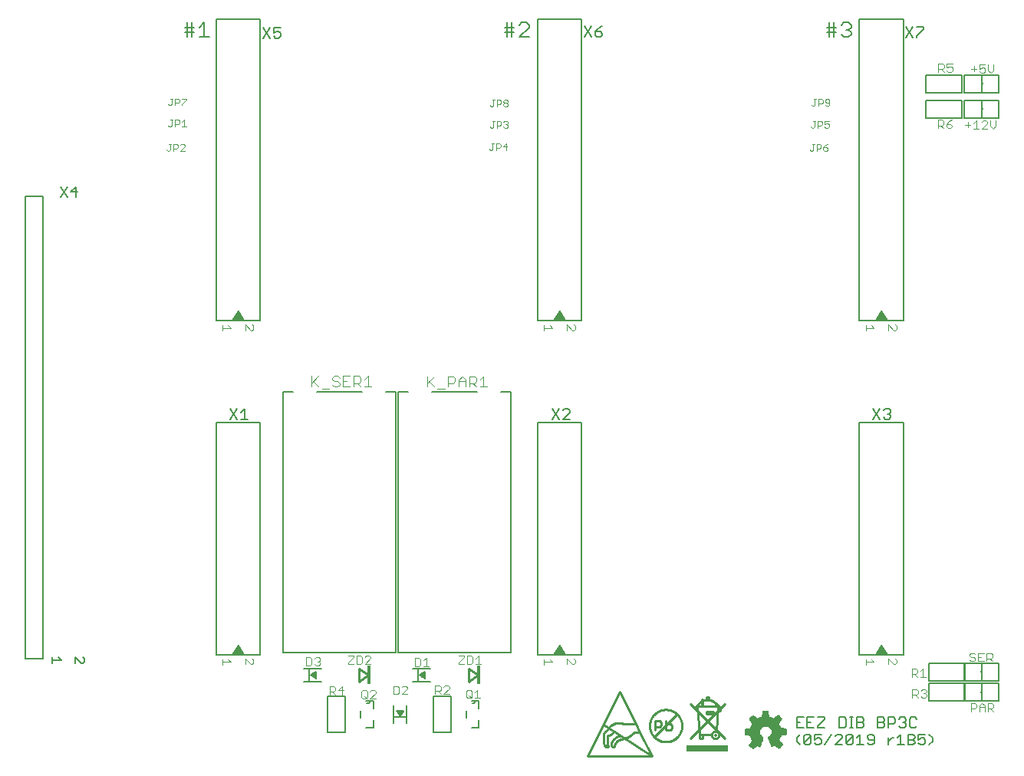
<source format=gto>
G75*
%MOIN*%
%OFA0B0*%
%FSLAX25Y25*%
%IPPOS*%
%LPD*%
%AMOC8*
5,1,8,0,0,1.08239X$1,22.5*
%
%ADD10R,0.01485X0.00015*%
%ADD11R,0.00045X0.00015*%
%ADD12R,0.00105X0.00015*%
%ADD13R,0.00165X0.00015*%
%ADD14R,0.00225X0.00015*%
%ADD15R,0.00285X0.00015*%
%ADD16R,0.00345X0.00015*%
%ADD17R,0.00405X0.00015*%
%ADD18R,0.00435X0.00015*%
%ADD19R,0.00465X0.00015*%
%ADD20R,0.00495X0.00015*%
%ADD21R,0.00540X0.00015*%
%ADD22R,0.00585X0.00015*%
%ADD23R,0.00645X0.00015*%
%ADD24R,0.00150X0.00015*%
%ADD25R,0.00675X0.00015*%
%ADD26R,0.00195X0.00015*%
%ADD27R,0.00705X0.00015*%
%ADD28R,0.00240X0.00015*%
%ADD29R,0.00735X0.00015*%
%ADD30R,0.00270X0.00015*%
%ADD31R,0.00765X0.00015*%
%ADD32R,0.00300X0.00015*%
%ADD33R,0.00810X0.00015*%
%ADD34R,0.00360X0.00015*%
%ADD35R,0.00855X0.00015*%
%ADD36R,0.00435X0.00015*%
%ADD37R,0.00915X0.00015*%
%ADD38R,0.00465X0.00015*%
%ADD39R,0.00945X0.00015*%
%ADD40R,0.00960X0.00015*%
%ADD41R,0.00525X0.00015*%
%ADD42R,0.00990X0.00015*%
%ADD43R,0.00555X0.00015*%
%ADD44R,0.01035X0.00015*%
%ADD45R,0.00600X0.00015*%
%ADD46R,0.01080X0.00015*%
%ADD47R,0.01125X0.00015*%
%ADD48R,0.01170X0.00015*%
%ADD49R,0.00720X0.00015*%
%ADD50R,0.01200X0.00015*%
%ADD51R,0.00750X0.00015*%
%ADD52R,0.01230X0.00015*%
%ADD53R,0.00780X0.00015*%
%ADD54R,0.01260X0.00015*%
%ADD55R,0.00810X0.00015*%
%ADD56R,0.01305X0.00015*%
%ADD57R,0.01365X0.00015*%
%ADD58R,0.00900X0.00015*%
%ADD59R,0.01395X0.00015*%
%ADD60R,0.01440X0.00015*%
%ADD61R,0.01470X0.00015*%
%ADD62R,0.01005X0.00015*%
%ADD63R,0.01500X0.00015*%
%ADD64R,0.01020X0.00015*%
%ADD65R,0.01530X0.00015*%
%ADD66R,0.01065X0.00015*%
%ADD67R,0.01575X0.00015*%
%ADD68R,0.01095X0.00015*%
%ADD69R,0.01635X0.00015*%
%ADD70R,0.01155X0.00015*%
%ADD71R,0.01680X0.00015*%
%ADD72R,0.01200X0.00015*%
%ADD73R,0.01710X0.00015*%
%ADD74R,0.01230X0.00015*%
%ADD75R,0.01725X0.00015*%
%ADD76R,0.01245X0.00015*%
%ADD77R,0.01755X0.00015*%
%ADD78R,0.01275X0.00015*%
%ADD79R,0.01800X0.00015*%
%ADD80R,0.01320X0.00015*%
%ADD81R,0.01860X0.00015*%
%ADD82R,0.01905X0.00015*%
%ADD83R,0.01410X0.00015*%
%ADD84R,0.01935X0.00015*%
%ADD85R,0.01455X0.00015*%
%ADD86R,0.01965X0.00015*%
%ADD87R,0.01485X0.00015*%
%ADD88R,0.01995X0.00015*%
%ADD89R,0.01515X0.00015*%
%ADD90R,0.02040X0.00015*%
%ADD91R,0.01530X0.00015*%
%ADD92R,0.02070X0.00015*%
%ADD93R,0.01575X0.00015*%
%ADD94R,0.02115X0.00015*%
%ADD95R,0.01620X0.00015*%
%ADD96R,0.02160X0.00015*%
%ADD97R,0.01665X0.00015*%
%ADD98R,0.02190X0.00015*%
%ADD99R,0.00075X0.00015*%
%ADD100R,0.01695X0.00015*%
%ADD101R,0.02220X0.00015*%
%ADD102R,0.00105X0.00015*%
%ADD103R,0.02235X0.00015*%
%ADD104R,0.00135X0.00015*%
%ADD105R,0.01755X0.00015*%
%ADD106R,0.02280X0.00015*%
%ADD107R,0.00180X0.00015*%
%ADD108R,0.01785X0.00015*%
%ADD109R,0.02340X0.00015*%
%ADD110R,0.00240X0.00015*%
%ADD111R,0.01830X0.00015*%
%ADD112R,0.02385X0.00015*%
%ADD113R,0.01890X0.00015*%
%ADD114R,0.02415X0.00015*%
%ADD115R,0.00330X0.00015*%
%ADD116R,0.00120X0.00015*%
%ADD117R,0.01920X0.00015*%
%ADD118R,0.02430X0.00015*%
%ADD119R,0.00375X0.00015*%
%ADD120R,0.02460X0.00015*%
%ADD121R,0.00405X0.00015*%
%ADD122R,0.00195X0.00015*%
%ADD123R,0.01965X0.00015*%
%ADD124R,0.02505X0.00015*%
%ADD125R,0.00210X0.00015*%
%ADD126R,0.02010X0.00015*%
%ADD127R,0.02535X0.00015*%
%ADD128R,0.00480X0.00015*%
%ADD129R,0.02580X0.00015*%
%ADD130R,0.00540X0.00015*%
%ADD131R,0.02085X0.00015*%
%ADD132R,0.02625X0.00015*%
%ADD133R,0.02130X0.00015*%
%ADD134R,0.02670X0.00015*%
%ADD135R,0.00630X0.00015*%
%ADD136R,0.02700X0.00015*%
%ADD137R,0.00660X0.00015*%
%ADD138R,0.00450X0.00015*%
%ADD139R,0.02190X0.00015*%
%ADD140R,0.02715X0.00015*%
%ADD141R,0.02205X0.00015*%
%ADD142R,0.02745X0.00015*%
%ADD143R,0.00510X0.00015*%
%ADD144R,0.02235X0.00015*%
%ADD145R,0.02775X0.00015*%
%ADD146R,0.02820X0.00015*%
%ADD147R,0.02310X0.00015*%
%ADD148R,0.02880X0.00015*%
%ADD149R,0.00855X0.00015*%
%ADD150R,0.02355X0.00015*%
%ADD151R,0.02895X0.00015*%
%ADD152R,0.00870X0.00015*%
%ADD153R,0.00660X0.00015*%
%ADD154R,0.02925X0.00015*%
%ADD155R,0.00690X0.00015*%
%ADD156R,0.02970X0.00015*%
%ADD157R,0.03000X0.00015*%
%ADD158R,0.00750X0.00015*%
%ADD159R,0.03045X0.00015*%
%ADD160R,0.01005X0.00015*%
%ADD161R,0.00780X0.00015*%
%ADD162R,0.02505X0.00015*%
%ADD163R,0.03090X0.00015*%
%ADD164R,0.01050X0.00015*%
%ADD165R,0.00825X0.00015*%
%ADD166R,0.02550X0.00015*%
%ADD167R,0.03135X0.00015*%
%ADD168R,0.01095X0.00015*%
%ADD169R,0.00870X0.00015*%
%ADD170R,0.03165X0.00015*%
%ADD171R,0.01125X0.00015*%
%ADD172R,0.02625X0.00015*%
%ADD173R,0.03195X0.00015*%
%ADD174R,0.01140X0.00015*%
%ADD175R,0.00930X0.00015*%
%ADD176R,0.02655X0.00015*%
%ADD177R,0.03210X0.00015*%
%ADD178R,0.00960X0.00015*%
%ADD179R,0.03240X0.00015*%
%ADD180R,0.02700X0.00015*%
%ADD181R,0.03285X0.00015*%
%ADD182R,0.01245X0.00015*%
%ADD183R,0.02745X0.00015*%
%ADD184R,0.03330X0.00015*%
%ADD185R,0.02790X0.00015*%
%ADD186R,0.03360X0.00015*%
%ADD187R,0.01110X0.00015*%
%ADD188R,0.02835X0.00015*%
%ADD189R,0.03390X0.00015*%
%ADD190R,0.01335X0.00015*%
%ADD191R,0.01140X0.00015*%
%ADD192R,0.02865X0.00015*%
%ADD193R,0.03420X0.00015*%
%ADD194R,0.01155X0.00015*%
%ADD195R,0.04905X0.00015*%
%ADD196R,0.04920X0.00015*%
%ADD197R,0.02940X0.00015*%
%ADD198R,0.04950X0.00015*%
%ADD199R,0.02985X0.00015*%
%ADD200R,0.04965X0.00015*%
%ADD201R,0.01275X0.00015*%
%ADD202R,0.03015X0.00015*%
%ADD203R,0.04980X0.00015*%
%ADD204R,0.03045X0.00015*%
%ADD205R,0.05010X0.00015*%
%ADD206R,0.01335X0.00015*%
%ADD207R,0.03075X0.00015*%
%ADD208R,0.01350X0.00015*%
%ADD209R,0.03105X0.00015*%
%ADD210R,0.05040X0.00015*%
%ADD211R,0.01380X0.00015*%
%ADD212R,0.05040X0.00015*%
%ADD213R,0.01410X0.00015*%
%ADD214R,0.03180X0.00015*%
%ADD215R,0.05070X0.00015*%
%ADD216R,0.03225X0.00015*%
%ADD217R,0.03255X0.00015*%
%ADD218R,0.05085X0.00015*%
%ADD219R,0.01515X0.00015*%
%ADD220R,0.03300X0.00015*%
%ADD221R,0.05100X0.00015*%
%ADD222R,0.04935X0.00015*%
%ADD223R,0.05115X0.00015*%
%ADD224R,0.04995X0.00015*%
%ADD225R,0.05130X0.00015*%
%ADD226R,0.05010X0.00015*%
%ADD227R,0.05130X0.00015*%
%ADD228R,0.05010X0.00015*%
%ADD229R,0.05025X0.00015*%
%ADD230R,0.05040X0.00015*%
%ADD231R,0.05055X0.00015*%
%ADD232R,0.05130X0.00015*%
%ADD233R,0.05085X0.00015*%
%ADD234R,0.05115X0.00015*%
%ADD235R,0.05145X0.00015*%
%ADD236R,0.05160X0.00015*%
%ADD237R,0.05130X0.00015*%
%ADD238R,0.05190X0.00015*%
%ADD239R,0.05190X0.00015*%
%ADD240R,0.05205X0.00015*%
%ADD241R,0.05220X0.00015*%
%ADD242R,0.05070X0.00015*%
%ADD243R,0.05085X0.00015*%
%ADD244R,0.05205X0.00015*%
%ADD245R,0.05220X0.00015*%
%ADD246R,0.05055X0.00015*%
%ADD247R,0.05025X0.00015*%
%ADD248R,0.05205X0.00015*%
%ADD249R,0.05025X0.00015*%
%ADD250R,0.05190X0.00015*%
%ADD251R,0.05190X0.00015*%
%ADD252R,0.04995X0.00015*%
%ADD253R,0.05175X0.00015*%
%ADD254R,0.04950X0.00015*%
%ADD255R,0.05145X0.00015*%
%ADD256R,0.05145X0.00015*%
%ADD257R,0.04920X0.00015*%
%ADD258R,0.04905X0.00015*%
%ADD259R,0.04905X0.00015*%
%ADD260R,0.05115X0.00015*%
%ADD261R,0.04890X0.00015*%
%ADD262R,0.04890X0.00015*%
%ADD263R,0.04875X0.00015*%
%ADD264R,0.04845X0.00015*%
%ADD265R,0.04830X0.00015*%
%ADD266R,0.04830X0.00015*%
%ADD267R,0.05070X0.00015*%
%ADD268R,0.04830X0.00015*%
%ADD269R,0.04815X0.00015*%
%ADD270R,0.04800X0.00015*%
%ADD271R,0.04800X0.00015*%
%ADD272R,0.05010X0.00015*%
%ADD273R,0.04785X0.00015*%
%ADD274R,0.04770X0.00015*%
%ADD275R,0.04770X0.00015*%
%ADD276R,0.04755X0.00015*%
%ADD277R,0.04740X0.00015*%
%ADD278R,0.04725X0.00015*%
%ADD279R,0.04725X0.00015*%
%ADD280R,0.04980X0.00015*%
%ADD281R,0.04710X0.00015*%
%ADD282R,0.04725X0.00015*%
%ADD283R,0.04710X0.00015*%
%ADD284R,0.04695X0.00015*%
%ADD285R,0.04680X0.00015*%
%ADD286R,0.04695X0.00015*%
%ADD287R,0.04680X0.00015*%
%ADD288R,0.04905X0.00015*%
%ADD289R,0.04665X0.00015*%
%ADD290R,0.04650X0.00015*%
%ADD291R,0.04635X0.00015*%
%ADD292R,0.04620X0.00015*%
%ADD293R,0.04620X0.00015*%
%ADD294R,0.04890X0.00015*%
%ADD295R,0.04605X0.00015*%
%ADD296R,0.04605X0.00015*%
%ADD297R,0.04590X0.00015*%
%ADD298R,0.04845X0.00015*%
%ADD299R,0.04575X0.00015*%
%ADD300R,0.04590X0.00015*%
%ADD301R,0.04575X0.00015*%
%ADD302R,0.04845X0.00015*%
%ADD303R,0.04560X0.00015*%
%ADD304R,0.04545X0.00015*%
%ADD305R,0.04530X0.00015*%
%ADD306R,0.04515X0.00015*%
%ADD307R,0.04530X0.00015*%
%ADD308R,0.04500X0.00015*%
%ADD309R,0.04515X0.00015*%
%ADD310R,0.04785X0.00015*%
%ADD311R,0.04485X0.00015*%
%ADD312R,0.04755X0.00015*%
%ADD313R,0.04470X0.00015*%
%ADD314R,0.04740X0.00015*%
%ADD315R,0.04485X0.00015*%
%ADD316R,0.04755X0.00015*%
%ADD317R,0.04545X0.00015*%
%ADD318R,0.04695X0.00015*%
%ADD319R,0.04680X0.00015*%
%ADD320R,0.04665X0.00015*%
%ADD321R,0.04725X0.00015*%
%ADD322R,0.04680X0.00015*%
%ADD323R,0.04860X0.00015*%
%ADD324R,0.04740X0.00015*%
%ADD325R,0.04875X0.00015*%
%ADD326R,0.04965X0.00015*%
%ADD327R,0.04860X0.00015*%
%ADD328R,0.04995X0.00015*%
%ADD329R,0.04875X0.00015*%
%ADD330R,0.04980X0.00015*%
%ADD331R,0.05235X0.00015*%
%ADD332R,0.05235X0.00015*%
%ADD333R,0.05250X0.00015*%
%ADD334R,0.05280X0.00015*%
%ADD335R,0.05295X0.00015*%
%ADD336R,0.05325X0.00015*%
%ADD337R,0.05340X0.00015*%
%ADD338R,0.05235X0.00015*%
%ADD339R,0.05355X0.00015*%
%ADD340R,0.05370X0.00015*%
%ADD341R,0.05265X0.00015*%
%ADD342R,0.05370X0.00015*%
%ADD343R,0.05280X0.00015*%
%ADD344R,0.05385X0.00015*%
%ADD345R,0.05295X0.00015*%
%ADD346R,0.05400X0.00015*%
%ADD347R,0.05415X0.00015*%
%ADD348R,0.05310X0.00015*%
%ADD349R,0.05430X0.00015*%
%ADD350R,0.05445X0.00015*%
%ADD351R,0.05460X0.00015*%
%ADD352R,0.05355X0.00015*%
%ADD353R,0.05475X0.00015*%
%ADD354R,0.05505X0.00015*%
%ADD355R,0.05520X0.00015*%
%ADD356R,0.05535X0.00015*%
%ADD357R,0.05550X0.00015*%
%ADD358R,0.05550X0.00015*%
%ADD359R,0.05475X0.00015*%
%ADD360R,0.05490X0.00015*%
%ADD361R,0.05475X0.00015*%
%ADD362R,0.05385X0.00015*%
%ADD363R,0.05370X0.00015*%
%ADD364R,0.05325X0.00015*%
%ADD365R,0.05310X0.00015*%
%ADD366R,0.05265X0.00015*%
%ADD367R,0.05175X0.00015*%
%ADD368R,0.04980X0.00015*%
%ADD369R,0.04965X0.00015*%
%ADD370R,0.04860X0.00015*%
%ADD371R,0.04845X0.00015*%
%ADD372R,0.04815X0.00015*%
%ADD373R,0.04770X0.00015*%
%ADD374R,0.05295X0.00015*%
%ADD375R,0.04635X0.00015*%
%ADD376R,0.05610X0.00015*%
%ADD377R,0.05700X0.00015*%
%ADD378R,0.05760X0.00015*%
%ADD379R,0.05805X0.00015*%
%ADD380R,0.05850X0.00015*%
%ADD381R,0.05895X0.00015*%
%ADD382R,0.06000X0.00015*%
%ADD383R,0.06135X0.00015*%
%ADD384R,0.06225X0.00015*%
%ADD385R,0.06300X0.00015*%
%ADD386R,0.06330X0.00015*%
%ADD387R,0.06375X0.00015*%
%ADD388R,0.06450X0.00015*%
%ADD389R,0.06570X0.00015*%
%ADD390R,0.05565X0.00015*%
%ADD391R,0.06690X0.00015*%
%ADD392R,0.06735X0.00015*%
%ADD393R,0.05790X0.00015*%
%ADD394R,0.06765X0.00015*%
%ADD395R,0.05850X0.00015*%
%ADD396R,0.06780X0.00015*%
%ADD397R,0.05895X0.00015*%
%ADD398R,0.06795X0.00015*%
%ADD399R,0.05955X0.00015*%
%ADD400R,0.06810X0.00015*%
%ADD401R,0.06060X0.00015*%
%ADD402R,0.06195X0.00015*%
%ADD403R,0.06825X0.00015*%
%ADD404R,0.06330X0.00015*%
%ADD405R,0.06840X0.00015*%
%ADD406R,0.06390X0.00015*%
%ADD407R,0.06495X0.00015*%
%ADD408R,0.06840X0.00015*%
%ADD409R,0.06555X0.00015*%
%ADD410R,0.06825X0.00015*%
%ADD411R,0.06645X0.00015*%
%ADD412R,0.06825X0.00015*%
%ADD413R,0.06705X0.00015*%
%ADD414R,0.06705X0.00015*%
%ADD415R,0.06810X0.00015*%
%ADD416R,0.06720X0.00015*%
%ADD417R,0.06795X0.00015*%
%ADD418R,0.06750X0.00015*%
%ADD419R,0.06765X0.00015*%
%ADD420R,0.06795X0.00015*%
%ADD421R,0.06780X0.00015*%
%ADD422R,0.06780X0.00015*%
%ADD423R,0.06750X0.00015*%
%ADD424R,0.06720X0.00015*%
%ADD425R,0.06720X0.00015*%
%ADD426R,0.06705X0.00015*%
%ADD427R,0.06705X0.00015*%
%ADD428R,0.06690X0.00015*%
%ADD429R,0.06675X0.00015*%
%ADD430R,0.06690X0.00015*%
%ADD431R,0.06675X0.00015*%
%ADD432R,0.06675X0.00015*%
%ADD433R,0.06660X0.00015*%
%ADD434R,0.06675X0.00015*%
%ADD435R,0.06660X0.00015*%
%ADD436R,0.06660X0.00015*%
%ADD437R,0.06645X0.00015*%
%ADD438R,0.06630X0.00015*%
%ADD439R,0.06660X0.00015*%
%ADD440R,0.06630X0.00015*%
%ADD441R,0.06645X0.00015*%
%ADD442R,0.06735X0.00015*%
%ADD443R,0.06765X0.00015*%
%ADD444R,0.06780X0.00015*%
%ADD445R,0.06825X0.00015*%
%ADD446R,0.06855X0.00015*%
%ADD447R,0.06855X0.00015*%
%ADD448R,0.06870X0.00015*%
%ADD449R,0.06885X0.00015*%
%ADD450R,0.06525X0.00015*%
%ADD451R,0.06405X0.00015*%
%ADD452R,0.06255X0.00015*%
%ADD453R,0.06165X0.00015*%
%ADD454R,0.06870X0.00015*%
%ADD455R,0.06120X0.00015*%
%ADD456R,0.06885X0.00015*%
%ADD457R,0.06060X0.00015*%
%ADD458R,0.06015X0.00015*%
%ADD459R,0.05910X0.00015*%
%ADD460R,0.05670X0.00015*%
%ADD461R,0.05595X0.00015*%
%ADD462R,0.06585X0.00015*%
%ADD463R,0.05160X0.00015*%
%ADD464R,0.06390X0.00015*%
%ADD465R,0.05025X0.00015*%
%ADD466R,0.06330X0.00015*%
%ADD467R,0.06075X0.00015*%
%ADD468R,0.05820X0.00015*%
%ADD469R,0.05775X0.00015*%
%ADD470R,0.05685X0.00015*%
%ADD471R,0.05460X0.00015*%
%ADD472R,0.04860X0.00015*%
%ADD473R,0.04935X0.00015*%
%ADD474R,0.05160X0.00015*%
%ADD475R,0.05325X0.00015*%
%ADD476R,0.05340X0.00015*%
%ADD477R,0.05355X0.00015*%
%ADD478R,0.05430X0.00015*%
%ADD479R,0.05535X0.00015*%
%ADD480R,0.05595X0.00015*%
%ADD481R,0.05640X0.00015*%
%ADD482R,0.05640X0.00015*%
%ADD483R,0.05670X0.00015*%
%ADD484R,0.05685X0.00015*%
%ADD485R,0.05700X0.00015*%
%ADD486R,0.05715X0.00015*%
%ADD487R,0.05715X0.00015*%
%ADD488R,0.05730X0.00015*%
%ADD489R,0.05745X0.00015*%
%ADD490R,0.05760X0.00015*%
%ADD491R,0.06000X0.00015*%
%ADD492R,0.06105X0.00015*%
%ADD493R,0.06180X0.00015*%
%ADD494R,0.06210X0.00015*%
%ADD495R,0.12690X0.00015*%
%ADD496R,0.12675X0.00015*%
%ADD497R,0.12660X0.00015*%
%ADD498R,0.12660X0.00015*%
%ADD499R,0.12645X0.00015*%
%ADD500R,0.12615X0.00015*%
%ADD501R,0.12600X0.00015*%
%ADD502R,0.12585X0.00015*%
%ADD503R,0.12555X0.00015*%
%ADD504R,0.12540X0.00015*%
%ADD505R,0.12525X0.00015*%
%ADD506R,0.12510X0.00015*%
%ADD507R,0.12510X0.00015*%
%ADD508R,0.12480X0.00015*%
%ADD509R,0.12450X0.00015*%
%ADD510R,0.12435X0.00015*%
%ADD511R,0.12420X0.00015*%
%ADD512R,0.12390X0.00015*%
%ADD513R,0.12375X0.00015*%
%ADD514R,0.12360X0.00015*%
%ADD515R,0.12330X0.00015*%
%ADD516R,0.12300X0.00015*%
%ADD517R,0.12285X0.00015*%
%ADD518R,0.12270X0.00015*%
%ADD519R,0.12255X0.00015*%
%ADD520R,0.12240X0.00015*%
%ADD521R,0.12225X0.00015*%
%ADD522R,0.12195X0.00015*%
%ADD523R,0.12165X0.00015*%
%ADD524R,0.12150X0.00015*%
%ADD525R,0.12135X0.00015*%
%ADD526R,0.12120X0.00015*%
%ADD527R,0.12090X0.00015*%
%ADD528R,0.12075X0.00015*%
%ADD529R,0.12060X0.00015*%
%ADD530R,0.12045X0.00015*%
%ADD531R,0.12015X0.00015*%
%ADD532R,0.12000X0.00015*%
%ADD533R,0.11985X0.00015*%
%ADD534R,0.11955X0.00015*%
%ADD535R,0.11940X0.00015*%
%ADD536R,0.11925X0.00015*%
%ADD537R,0.11910X0.00015*%
%ADD538R,0.11910X0.00015*%
%ADD539R,0.11880X0.00015*%
%ADD540R,0.11850X0.00015*%
%ADD541R,0.11835X0.00015*%
%ADD542R,0.11805X0.00015*%
%ADD543R,0.11775X0.00015*%
%ADD544R,0.11760X0.00015*%
%ADD545R,0.11745X0.00015*%
%ADD546R,0.11730X0.00015*%
%ADD547R,0.11700X0.00015*%
%ADD548R,0.11700X0.00015*%
%ADD549R,0.11685X0.00015*%
%ADD550R,0.11655X0.00015*%
%ADD551R,0.11640X0.00015*%
%ADD552R,0.11625X0.00015*%
%ADD553R,0.11625X0.00015*%
%ADD554R,0.11670X0.00015*%
%ADD555R,0.11715X0.00015*%
%ADD556R,0.11790X0.00015*%
%ADD557R,0.11820X0.00015*%
%ADD558R,0.11820X0.00015*%
%ADD559R,0.11880X0.00015*%
%ADD560R,0.11895X0.00015*%
%ADD561R,0.11970X0.00015*%
%ADD562R,0.12045X0.00015*%
%ADD563R,0.12075X0.00015*%
%ADD564R,0.12105X0.00015*%
%ADD565R,0.12135X0.00015*%
%ADD566R,0.12165X0.00015*%
%ADD567R,0.12180X0.00015*%
%ADD568R,0.12195X0.00015*%
%ADD569R,0.12210X0.00015*%
%ADD570R,0.12225X0.00015*%
%ADD571R,0.12255X0.00015*%
%ADD572R,0.12360X0.00015*%
%ADD573R,0.12390X0.00015*%
%ADD574R,0.12405X0.00015*%
%ADD575R,0.12435X0.00015*%
%ADD576R,0.12480X0.00015*%
%ADD577R,0.12480X0.00015*%
%ADD578R,0.12510X0.00015*%
%ADD579R,0.12570X0.00015*%
%ADD580R,0.12630X0.00015*%
%ADD581R,0.12675X0.00015*%
%ADD582R,0.12705X0.00015*%
%ADD583R,0.12735X0.00015*%
%ADD584R,0.12750X0.00015*%
%ADD585R,0.12780X0.00015*%
%ADD586R,0.12795X0.00015*%
%ADD587R,0.12810X0.00015*%
%ADD588R,0.12840X0.00015*%
%ADD589R,0.12855X0.00015*%
%ADD590R,0.12885X0.00015*%
%ADD591R,0.12900X0.00015*%
%ADD592R,0.12915X0.00015*%
%ADD593R,0.12945X0.00015*%
%ADD594R,0.12960X0.00015*%
%ADD595R,0.12990X0.00015*%
%ADD596R,0.13005X0.00015*%
%ADD597R,0.13020X0.00015*%
%ADD598R,0.13035X0.00015*%
%ADD599R,0.13065X0.00015*%
%ADD600R,0.13080X0.00015*%
%ADD601R,0.13110X0.00015*%
%ADD602R,0.13125X0.00015*%
%ADD603R,0.13155X0.00015*%
%ADD604R,0.13170X0.00015*%
%ADD605R,0.13200X0.00015*%
%ADD606R,0.13230X0.00015*%
%ADD607R,0.13260X0.00015*%
%ADD608R,0.13290X0.00015*%
%ADD609R,0.13320X0.00015*%
%ADD610R,0.13350X0.00015*%
%ADD611R,0.13365X0.00015*%
%ADD612R,0.13395X0.00015*%
%ADD613R,0.13425X0.00015*%
%ADD614R,0.13455X0.00015*%
%ADD615R,0.13470X0.00015*%
%ADD616R,0.13500X0.00015*%
%ADD617R,0.13530X0.00015*%
%ADD618R,0.13560X0.00015*%
%ADD619R,0.13575X0.00015*%
%ADD620R,0.13605X0.00015*%
%ADD621R,0.13635X0.00015*%
%ADD622R,0.13650X0.00015*%
%ADD623R,0.13680X0.00015*%
%ADD624R,0.13695X0.00015*%
%ADD625R,0.13725X0.00015*%
%ADD626R,0.13740X0.00015*%
%ADD627R,0.13770X0.00015*%
%ADD628R,0.13785X0.00015*%
%ADD629R,0.13800X0.00015*%
%ADD630R,0.13830X0.00015*%
%ADD631R,0.13860X0.00015*%
%ADD632R,0.13875X0.00015*%
%ADD633R,0.13905X0.00015*%
%ADD634R,0.13935X0.00015*%
%ADD635R,0.13950X0.00015*%
%ADD636R,0.13980X0.00015*%
%ADD637R,0.14010X0.00015*%
%ADD638R,0.14025X0.00015*%
%ADD639R,0.14055X0.00015*%
%ADD640R,0.14070X0.00015*%
%ADD641R,0.14085X0.00015*%
%ADD642R,0.14115X0.00015*%
%ADD643R,0.14145X0.00015*%
%ADD644R,0.14160X0.00015*%
%ADD645R,0.14190X0.00015*%
%ADD646R,0.14205X0.00015*%
%ADD647R,0.14220X0.00015*%
%ADD648R,0.14235X0.00015*%
%ADD649R,0.14265X0.00015*%
%ADD650R,0.14280X0.00015*%
%ADD651R,0.14295X0.00015*%
%ADD652R,0.14295X0.00015*%
%ADD653R,0.14250X0.00015*%
%ADD654R,0.14205X0.00015*%
%ADD655R,0.14175X0.00015*%
%ADD656R,0.14160X0.00015*%
%ADD657R,0.14130X0.00015*%
%ADD658R,0.14100X0.00015*%
%ADD659R,0.14040X0.00015*%
%ADD660R,0.14010X0.00015*%
%ADD661R,0.03465X0.00015*%
%ADD662R,0.10440X0.00015*%
%ADD663R,0.03420X0.00015*%
%ADD664R,0.10395X0.00015*%
%ADD665R,0.03375X0.00015*%
%ADD666R,0.10335X0.00015*%
%ADD667R,0.03570X0.00015*%
%ADD668R,0.06600X0.00015*%
%ADD669R,0.03525X0.00015*%
%ADD670R,0.03270X0.00015*%
%ADD671R,0.03495X0.00015*%
%ADD672R,0.03210X0.00015*%
%ADD673R,0.06480X0.00015*%
%ADD674R,0.03435X0.00015*%
%ADD675R,0.03165X0.00015*%
%ADD676R,0.03390X0.00015*%
%ADD677R,0.03120X0.00015*%
%ADD678R,0.06315X0.00015*%
%ADD679R,0.03345X0.00015*%
%ADD680R,0.03090X0.00015*%
%ADD681R,0.03075X0.00015*%
%ADD682R,0.06225X0.00015*%
%ADD683R,0.03270X0.00015*%
%ADD684R,0.06180X0.00015*%
%ADD685R,0.02970X0.00015*%
%ADD686R,0.06075X0.00015*%
%ADD687R,0.03195X0.00015*%
%ADD688R,0.02925X0.00015*%
%ADD689R,0.05985X0.00015*%
%ADD690R,0.03135X0.00015*%
%ADD691R,0.02850X0.00015*%
%ADD692R,0.05835X0.00015*%
%ADD693R,0.03030X0.00015*%
%ADD694R,0.02805X0.00015*%
%ADD695R,0.02730X0.00015*%
%ADD696R,0.05625X0.00015*%
%ADD697R,0.02925X0.00015*%
%ADD698R,0.02640X0.00015*%
%ADD699R,0.02595X0.00015*%
%ADD700R,0.02565X0.00015*%
%ADD701R,0.02760X0.00015*%
%ADD702R,0.02520X0.00015*%
%ADD703R,0.02730X0.00015*%
%ADD704R,0.02475X0.00015*%
%ADD705R,0.02685X0.00015*%
%ADD706R,0.02445X0.00015*%
%ADD707R,0.02400X0.00015*%
%ADD708R,0.02370X0.00015*%
%ADD709R,0.02565X0.00015*%
%ADD710R,0.02340X0.00015*%
%ADD711R,0.02325X0.00015*%
%ADD712R,0.02505X0.00015*%
%ADD713R,0.02280X0.00015*%
%ADD714R,0.02460X0.00015*%
%ADD715R,0.04560X0.00015*%
%ADD716R,0.02190X0.00015*%
%ADD717R,0.04440X0.00015*%
%ADD718R,0.02370X0.00015*%
%ADD719R,0.02145X0.00015*%
%ADD720R,0.04365X0.00015*%
%ADD721R,0.04320X0.00015*%
%ADD722R,0.02310X0.00015*%
%ADD723R,0.02100X0.00015*%
%ADD724R,0.04260X0.00015*%
%ADD725R,0.04200X0.00015*%
%ADD726R,0.02265X0.00015*%
%ADD727R,0.02040X0.00015*%
%ADD728R,0.04095X0.00015*%
%ADD729R,0.02220X0.00015*%
%ADD730R,0.03915X0.00015*%
%ADD731R,0.02175X0.00015*%
%ADD732R,0.03765X0.00015*%
%ADD733R,0.03675X0.00015*%
%ADD734R,0.01890X0.00015*%
%ADD735R,0.03615X0.00015*%
%ADD736R,0.02055X0.00015*%
%ADD737R,0.01860X0.00015*%
%ADD738R,0.03555X0.00015*%
%ADD739R,0.01815X0.00015*%
%ADD740R,0.03450X0.00015*%
%ADD741R,0.01725X0.00015*%
%ADD742R,0.03315X0.00015*%
%ADD743R,0.01905X0.00015*%
%ADD744R,0.01680X0.00015*%
%ADD745R,0.01650X0.00015*%
%ADD746R,0.01620X0.00015*%
%ADD747R,0.01590X0.00015*%
%ADD748R,0.01770X0.00015*%
%ADD749R,0.01560X0.00015*%
%ADD750R,0.03240X0.00015*%
%ADD751R,0.01740X0.00015*%
%ADD752R,0.01665X0.00015*%
%ADD753R,0.01455X0.00015*%
%ADD754R,0.01635X0.00015*%
%ADD755R,0.01410X0.00015*%
%ADD756R,0.01395X0.00015*%
%ADD757R,0.01365X0.00015*%
%ADD758R,0.01335X0.00015*%
%ADD759R,0.01290X0.00015*%
%ADD760R,0.03210X0.00015*%
%ADD761R,0.01455X0.00015*%
%ADD762R,0.01185X0.00015*%
%ADD763R,0.01290X0.00015*%
%ADD764R,0.01110X0.00015*%
%ADD765R,0.01260X0.00015*%
%ADD766R,0.03180X0.00015*%
%ADD767R,0.00975X0.00015*%
%ADD768R,0.03150X0.00015*%
%ADD769R,0.00885X0.00015*%
%ADD770R,0.03150X0.00015*%
%ADD771R,0.01050X0.00015*%
%ADD772R,0.00795X0.00015*%
%ADD773R,0.00885X0.00015*%
%ADD774R,0.00690X0.00015*%
%ADD775R,0.00840X0.00015*%
%ADD776R,0.00570X0.00015*%
%ADD777R,0.00525X0.00015*%
%ADD778R,0.03105X0.00015*%
%ADD779R,0.00660X0.00015*%
%ADD780R,0.00615X0.00015*%
%ADD781R,0.00420X0.00015*%
%ADD782R,0.00555X0.00015*%
%ADD783R,0.00390X0.00015*%
%ADD784R,0.00525X0.00015*%
%ADD785R,0.00360X0.00015*%
%ADD786R,0.00495X0.00015*%
%ADD787R,0.03075X0.00015*%
%ADD788R,0.00450X0.00015*%
%ADD789R,0.00225X0.00015*%
%ADD790R,0.00345X0.00015*%
%ADD791R,0.00255X0.00015*%
%ADD792R,0.03060X0.00015*%
%ADD793R,0.00180X0.00015*%
%ADD794R,0.00075X0.00015*%
%ADD795R,0.03000X0.00015*%
%ADD796R,0.02955X0.00015*%
%ADD797R,0.02940X0.00015*%
%ADD798R,0.02940X0.00015*%
%ADD799R,0.02910X0.00015*%
%ADD800R,0.02910X0.00015*%
%ADD801R,0.02865X0.00015*%
%ADD802R,0.02805X0.00015*%
%ADD803R,0.02775X0.00015*%
%ADD804R,0.02760X0.00015*%
%ADD805R,0.02655X0.00015*%
%ADD806R,0.02640X0.00015*%
%ADD807R,0.02610X0.00015*%
%ADD808R,0.02595X0.00015*%
%ADD809R,0.02535X0.00015*%
%ADD810R,0.02475X0.00015*%
%ADD811R,0.02175X0.00015*%
%ADD812R,0.01575X0.00015*%
%ADD813C,0.00500*%
%ADD814C,0.00700*%
%ADD815C,0.00800*%
%ADD816C,0.00400*%
%ADD817R,0.00787X0.05512*%
%ADD818C,0.00600*%
%ADD819C,0.01000*%
%ADD820R,0.01181X0.08268*%
%ADD821R,0.05512X0.00787*%
%ADD822R,0.00787X0.00787*%
%ADD823R,0.18000X0.03000*%
%ADD824C,0.00300*%
D10*
X0373367Y0039507D03*
D11*
X0370477Y0033798D03*
X0378682Y0034668D03*
X0381862Y0033963D03*
D12*
X0370477Y0033813D03*
D13*
X0370477Y0033828D03*
D14*
X0370477Y0033843D03*
D15*
X0370477Y0033857D03*
X0370567Y0048243D03*
D16*
X0370477Y0033872D03*
X0378727Y0034757D03*
D17*
X0378742Y0034772D03*
X0370477Y0033887D03*
D18*
X0370477Y0033903D03*
D19*
X0370477Y0033918D03*
D20*
X0370477Y0033933D03*
X0381862Y0034098D03*
D21*
X0370484Y0033948D03*
D22*
X0370492Y0033963D03*
X0373507Y0034772D03*
X0378817Y0034863D03*
D23*
X0378832Y0034878D03*
X0381847Y0034157D03*
X0370492Y0033978D03*
D24*
X0378674Y0034698D03*
X0381869Y0033978D03*
D25*
X0381847Y0034172D03*
X0373477Y0034818D03*
X0370492Y0033993D03*
D26*
X0381862Y0033993D03*
D27*
X0378862Y0034922D03*
X0373462Y0034833D03*
X0370492Y0034007D03*
D28*
X0381869Y0034007D03*
D29*
X0370492Y0034022D03*
D30*
X0378704Y0034743D03*
X0381869Y0034022D03*
D31*
X0373447Y0034848D03*
X0370492Y0034037D03*
D32*
X0373604Y0034668D03*
X0381869Y0034037D03*
X0381494Y0048287D03*
D33*
X0370499Y0034053D03*
D34*
X0381869Y0034053D03*
D35*
X0381832Y0034248D03*
X0370507Y0034068D03*
D36*
X0373567Y0034728D03*
X0378757Y0034787D03*
X0381862Y0034068D03*
D37*
X0378922Y0034998D03*
X0373387Y0034922D03*
X0370507Y0034083D03*
X0370597Y0047987D03*
D38*
X0370582Y0048168D03*
X0381862Y0034083D03*
D39*
X0381832Y0034278D03*
X0373372Y0034937D03*
X0370507Y0034098D03*
X0381472Y0048048D03*
X0375892Y0050163D03*
D40*
X0370514Y0034113D03*
D41*
X0381862Y0034113D03*
D42*
X0381824Y0034293D03*
X0378944Y0035043D03*
X0370514Y0034128D03*
X0381464Y0048033D03*
D43*
X0381862Y0034128D03*
D44*
X0370522Y0034143D03*
D45*
X0381854Y0034143D03*
X0370589Y0048122D03*
D46*
X0381464Y0047987D03*
X0378974Y0035072D03*
X0370514Y0034157D03*
D47*
X0370522Y0034172D03*
D48*
X0370529Y0034187D03*
X0373304Y0035028D03*
X0379004Y0035133D03*
X0381449Y0047957D03*
D49*
X0381479Y0048137D03*
X0381839Y0034187D03*
D50*
X0370529Y0034203D03*
D51*
X0381839Y0034203D03*
D52*
X0370529Y0034218D03*
X0370619Y0047868D03*
X0381449Y0047943D03*
D53*
X0381479Y0048107D03*
X0381839Y0034218D03*
D54*
X0370529Y0034233D03*
D55*
X0373424Y0034863D03*
X0381839Y0034233D03*
X0381479Y0048093D03*
D56*
X0379057Y0035193D03*
X0370537Y0034248D03*
D57*
X0370537Y0034263D03*
X0373237Y0035118D03*
X0381802Y0034457D03*
D58*
X0381824Y0034263D03*
X0373394Y0034907D03*
D59*
X0370537Y0034278D03*
D60*
X0370544Y0034293D03*
D61*
X0370544Y0034307D03*
X0379094Y0035283D03*
D62*
X0381817Y0034307D03*
D63*
X0370544Y0034322D03*
X0370634Y0047763D03*
X0381434Y0047837D03*
D64*
X0381464Y0048018D03*
X0370604Y0047957D03*
X0381824Y0034322D03*
D65*
X0370544Y0034337D03*
D66*
X0381817Y0034337D03*
D67*
X0370552Y0034353D03*
D68*
X0381817Y0034353D03*
D69*
X0370552Y0034368D03*
D70*
X0381817Y0034368D03*
D71*
X0370559Y0034383D03*
D72*
X0373304Y0035043D03*
X0379019Y0035148D03*
X0381809Y0034383D03*
D73*
X0370559Y0034398D03*
D74*
X0381809Y0034398D03*
D75*
X0381772Y0034607D03*
X0370567Y0034413D03*
D76*
X0381802Y0034413D03*
D77*
X0370567Y0034428D03*
D78*
X0373267Y0035072D03*
X0381802Y0034428D03*
D79*
X0370559Y0034443D03*
X0381419Y0047718D03*
D80*
X0381449Y0047898D03*
X0381794Y0034443D03*
X0373259Y0035087D03*
D81*
X0370574Y0034457D03*
D82*
X0370582Y0034472D03*
X0370657Y0047598D03*
D83*
X0381794Y0034472D03*
D84*
X0381757Y0034698D03*
X0370582Y0034487D03*
X0370657Y0047583D03*
X0376072Y0050133D03*
D85*
X0379087Y0035268D03*
X0381787Y0034487D03*
D86*
X0370582Y0034503D03*
D87*
X0381787Y0034503D03*
D88*
X0370582Y0034518D03*
X0370657Y0047568D03*
D89*
X0381787Y0034518D03*
D90*
X0381749Y0034743D03*
X0370589Y0034533D03*
X0381404Y0047628D03*
D91*
X0381434Y0047822D03*
X0381779Y0034533D03*
D92*
X0370589Y0034548D03*
X0370664Y0047537D03*
D93*
X0381787Y0034548D03*
D94*
X0370597Y0034563D03*
D95*
X0381779Y0034563D03*
D96*
X0381734Y0034787D03*
X0370604Y0034578D03*
D97*
X0381772Y0034578D03*
D98*
X0370604Y0034593D03*
D99*
X0373657Y0034593D03*
D100*
X0381772Y0034593D03*
D101*
X0370604Y0034607D03*
D102*
X0373657Y0034607D03*
D103*
X0370612Y0034622D03*
X0370672Y0047463D03*
X0376087Y0050087D03*
D104*
X0373657Y0034622D03*
D105*
X0381772Y0034622D03*
D106*
X0381719Y0034848D03*
X0370619Y0034637D03*
D107*
X0373634Y0034637D03*
D108*
X0381772Y0034637D03*
X0370642Y0047657D03*
D109*
X0370619Y0034653D03*
D110*
X0373619Y0034653D03*
D111*
X0381764Y0034653D03*
X0381419Y0047703D03*
D112*
X0381712Y0034893D03*
X0370627Y0034668D03*
D113*
X0381764Y0034668D03*
D114*
X0381712Y0034907D03*
X0370627Y0034683D03*
X0381367Y0047463D03*
D115*
X0370574Y0048228D03*
X0373589Y0034683D03*
D116*
X0378674Y0034683D03*
X0370574Y0048272D03*
D117*
X0381764Y0034683D03*
D118*
X0381704Y0034922D03*
X0370634Y0034698D03*
X0376079Y0050013D03*
D119*
X0373582Y0034698D03*
D120*
X0370634Y0034713D03*
X0381704Y0034937D03*
D121*
X0373582Y0034713D03*
D122*
X0378682Y0034713D03*
D123*
X0381757Y0034713D03*
X0381412Y0047657D03*
D124*
X0370642Y0034728D03*
D125*
X0378689Y0034728D03*
D126*
X0381749Y0034728D03*
X0381404Y0047643D03*
D127*
X0381352Y0047418D03*
X0376072Y0049757D03*
X0376072Y0049772D03*
X0376072Y0049787D03*
X0376072Y0049818D03*
X0370642Y0034743D03*
D128*
X0373559Y0034743D03*
X0378764Y0034818D03*
X0381494Y0048228D03*
D129*
X0381344Y0047387D03*
X0376079Y0049683D03*
X0381689Y0034983D03*
X0370649Y0034757D03*
D130*
X0373529Y0034757D03*
X0378794Y0034848D03*
D131*
X0381742Y0034757D03*
X0381397Y0047598D03*
D132*
X0370657Y0034772D03*
D133*
X0381734Y0034772D03*
X0381389Y0047583D03*
X0370664Y0047507D03*
D134*
X0370724Y0047268D03*
X0376064Y0049472D03*
X0376064Y0049487D03*
X0381674Y0035028D03*
X0370664Y0034787D03*
D135*
X0373499Y0034787D03*
X0370589Y0048107D03*
D136*
X0376064Y0049353D03*
X0370664Y0034803D03*
D137*
X0373484Y0034803D03*
D138*
X0378764Y0034803D03*
D139*
X0381734Y0034803D03*
D140*
X0370672Y0034818D03*
X0376072Y0049248D03*
X0376072Y0049263D03*
X0376072Y0049278D03*
X0376072Y0049293D03*
X0376072Y0049307D03*
D141*
X0381727Y0034818D03*
D142*
X0370672Y0034833D03*
X0376072Y0049172D03*
D143*
X0378779Y0034833D03*
D144*
X0381727Y0034833D03*
D145*
X0370672Y0034848D03*
X0370732Y0047237D03*
X0381322Y0047313D03*
D146*
X0376064Y0049007D03*
X0376064Y0049022D03*
X0370739Y0047207D03*
X0370679Y0034863D03*
D147*
X0381719Y0034863D03*
D148*
X0381659Y0035118D03*
X0370679Y0034878D03*
X0370739Y0047178D03*
X0376064Y0048798D03*
X0376064Y0048813D03*
X0376064Y0048828D03*
X0376064Y0048843D03*
X0376064Y0048857D03*
X0376064Y0048872D03*
X0376064Y0048887D03*
X0381314Y0047268D03*
D149*
X0373402Y0034878D03*
D150*
X0381712Y0034878D03*
D151*
X0381652Y0035133D03*
X0370687Y0034893D03*
D152*
X0373394Y0034893D03*
D153*
X0378839Y0034893D03*
X0370589Y0048093D03*
D154*
X0370687Y0034907D03*
D155*
X0378854Y0034907D03*
D156*
X0370694Y0034922D03*
D157*
X0370694Y0034937D03*
X0376049Y0048437D03*
X0376049Y0048468D03*
X0376049Y0048483D03*
X0381299Y0047222D03*
D158*
X0381479Y0048122D03*
X0370589Y0048063D03*
X0378869Y0034937D03*
D159*
X0370702Y0034953D03*
D160*
X0373357Y0034953D03*
D161*
X0378884Y0034953D03*
D162*
X0381697Y0034953D03*
D163*
X0370709Y0034968D03*
X0376064Y0048198D03*
X0376064Y0048213D03*
X0376064Y0048228D03*
D164*
X0370604Y0047943D03*
X0373334Y0034968D03*
X0378959Y0035057D03*
D165*
X0378907Y0034968D03*
X0370597Y0048033D03*
D166*
X0376079Y0049743D03*
X0381689Y0034968D03*
D167*
X0381622Y0035237D03*
X0370717Y0034983D03*
X0376057Y0048033D03*
X0376057Y0048048D03*
X0376057Y0048063D03*
X0376057Y0048078D03*
X0376057Y0048093D03*
D168*
X0373327Y0034983D03*
D169*
X0378914Y0034983D03*
X0370589Y0048018D03*
D170*
X0376042Y0047972D03*
X0376042Y0047957D03*
X0370717Y0034998D03*
D171*
X0373327Y0034998D03*
X0370612Y0047913D03*
X0381457Y0047972D03*
D172*
X0381337Y0047372D03*
X0376072Y0049578D03*
X0376072Y0049593D03*
X0376072Y0049607D03*
X0370717Y0047298D03*
X0381682Y0034998D03*
D173*
X0370717Y0035013D03*
D174*
X0373319Y0035013D03*
D175*
X0378929Y0035013D03*
D176*
X0381682Y0035013D03*
X0376072Y0049518D03*
X0376072Y0049533D03*
X0376072Y0049548D03*
D177*
X0370724Y0035028D03*
D178*
X0378929Y0035028D03*
D179*
X0370724Y0035043D03*
D180*
X0381674Y0035043D03*
X0376064Y0049322D03*
X0376064Y0049337D03*
X0376064Y0049368D03*
X0376064Y0049383D03*
D181*
X0376057Y0047687D03*
X0370732Y0035057D03*
D182*
X0373282Y0035057D03*
X0379027Y0035163D03*
D183*
X0381667Y0035057D03*
D184*
X0370739Y0035072D03*
X0370784Y0046983D03*
D185*
X0376064Y0049068D03*
X0376064Y0049083D03*
X0381659Y0035072D03*
D186*
X0370739Y0035087D03*
X0376064Y0047657D03*
D187*
X0378989Y0035087D03*
D188*
X0381652Y0035087D03*
X0381322Y0047283D03*
X0376057Y0048978D03*
X0376057Y0048993D03*
D189*
X0370739Y0035103D03*
D190*
X0373252Y0035103D03*
D191*
X0378989Y0035103D03*
D192*
X0381652Y0035103D03*
X0376057Y0048903D03*
D193*
X0370739Y0035118D03*
D194*
X0378997Y0035118D03*
X0370612Y0047898D03*
D195*
X0371647Y0039528D03*
X0371887Y0039257D03*
X0371857Y0036183D03*
X0371467Y0035133D03*
X0380182Y0036872D03*
X0380197Y0036843D03*
X0380797Y0035313D03*
D196*
X0380279Y0036693D03*
X0380264Y0036722D03*
X0380264Y0036737D03*
X0380249Y0036768D03*
X0380204Y0039198D03*
X0380189Y0042963D03*
X0380174Y0042978D03*
X0380159Y0042993D03*
X0371639Y0042633D03*
X0371894Y0039243D03*
X0371909Y0039228D03*
X0371804Y0036107D03*
X0371789Y0036078D03*
X0371774Y0036048D03*
X0371459Y0035148D03*
D197*
X0381644Y0035148D03*
D198*
X0380804Y0035343D03*
X0380294Y0036663D03*
X0379769Y0038057D03*
X0380144Y0043022D03*
X0371984Y0043007D03*
X0371924Y0039198D03*
X0371939Y0039183D03*
X0372434Y0037893D03*
X0372434Y0037878D03*
X0371759Y0036018D03*
X0371459Y0035163D03*
D199*
X0381637Y0035163D03*
X0376057Y0048498D03*
D200*
X0372007Y0043037D03*
X0371992Y0043022D03*
X0371602Y0039543D03*
X0371737Y0035987D03*
X0371737Y0035972D03*
X0371452Y0035178D03*
X0379762Y0038072D03*
X0380302Y0036648D03*
X0380317Y0036633D03*
X0380812Y0035357D03*
X0380122Y0043037D03*
D201*
X0379042Y0035178D03*
D202*
X0381622Y0035178D03*
X0370762Y0047133D03*
D203*
X0371609Y0042618D03*
X0371954Y0039168D03*
X0371729Y0035957D03*
X0371714Y0035928D03*
X0371444Y0035193D03*
X0380324Y0036618D03*
X0380339Y0036587D03*
X0380339Y0036572D03*
X0380354Y0036557D03*
D204*
X0381622Y0035193D03*
X0381292Y0047193D03*
X0376057Y0048348D03*
X0376057Y0048363D03*
X0376057Y0048378D03*
X0370762Y0047118D03*
D205*
X0372029Y0043083D03*
X0371444Y0035222D03*
X0371444Y0035207D03*
X0380429Y0036422D03*
X0380129Y0039107D03*
D206*
X0379057Y0035207D03*
D207*
X0381622Y0035207D03*
D208*
X0379064Y0035222D03*
X0381449Y0047883D03*
D209*
X0376057Y0048107D03*
X0376057Y0048122D03*
X0376057Y0048137D03*
X0376057Y0048168D03*
X0376057Y0048183D03*
X0381622Y0035222D03*
D210*
X0380459Y0036363D03*
X0380444Y0036378D03*
X0371624Y0035778D03*
X0371624Y0035763D03*
X0371609Y0035748D03*
X0371444Y0035237D03*
X0372044Y0043098D03*
X0372059Y0043113D03*
D211*
X0379064Y0035237D03*
D212*
X0371444Y0035253D03*
D213*
X0379079Y0035253D03*
D214*
X0381614Y0035253D03*
D215*
X0371594Y0035718D03*
X0371444Y0035283D03*
X0371444Y0035268D03*
D216*
X0381607Y0035268D03*
X0381277Y0047133D03*
X0376042Y0047793D03*
X0376042Y0047807D03*
X0376042Y0047822D03*
X0376042Y0047837D03*
D217*
X0376042Y0047733D03*
X0370777Y0047028D03*
X0381592Y0035283D03*
D218*
X0371452Y0035298D03*
X0372052Y0039048D03*
D219*
X0379102Y0035298D03*
D220*
X0381584Y0035298D03*
X0381269Y0047087D03*
X0370784Y0046998D03*
D221*
X0372059Y0039033D03*
X0372419Y0038087D03*
X0371564Y0035657D03*
X0371564Y0035643D03*
X0371549Y0035628D03*
X0371549Y0035613D03*
X0371444Y0035328D03*
X0371444Y0035313D03*
X0379769Y0038193D03*
X0379769Y0038207D03*
X0379769Y0038222D03*
X0379769Y0038237D03*
X0380069Y0039018D03*
X0380564Y0036183D03*
X0380564Y0036168D03*
X0380579Y0036137D03*
X0380009Y0043172D03*
D222*
X0380152Y0043007D03*
X0380257Y0042918D03*
X0380197Y0039183D03*
X0380182Y0039168D03*
X0379762Y0038043D03*
X0380272Y0036707D03*
X0380287Y0036678D03*
X0380797Y0035328D03*
X0371797Y0036093D03*
X0371782Y0036063D03*
X0371767Y0036033D03*
X0371917Y0039213D03*
X0376057Y0047387D03*
D223*
X0371452Y0035372D03*
X0371452Y0035357D03*
X0371452Y0035343D03*
D224*
X0372427Y0037937D03*
X0372427Y0037968D03*
X0380362Y0036543D03*
X0380377Y0036528D03*
X0380392Y0036513D03*
X0380392Y0036498D03*
X0380812Y0035372D03*
D225*
X0380609Y0036078D03*
X0380594Y0036093D03*
X0379994Y0043187D03*
X0371459Y0035448D03*
X0371459Y0035433D03*
X0371459Y0035418D03*
X0371459Y0035387D03*
D226*
X0371684Y0035868D03*
X0371699Y0035883D03*
X0372419Y0037983D03*
X0372419Y0037998D03*
X0371984Y0039137D03*
X0380399Y0036483D03*
X0380819Y0035387D03*
D227*
X0371459Y0035403D03*
D228*
X0379769Y0038103D03*
X0380819Y0035403D03*
D229*
X0380827Y0035418D03*
X0380092Y0043083D03*
X0380077Y0043098D03*
X0376057Y0047372D03*
X0371992Y0039122D03*
X0372007Y0039107D03*
X0372007Y0039093D03*
X0372427Y0038013D03*
X0371662Y0035837D03*
D230*
X0371654Y0035822D03*
X0371639Y0035807D03*
X0372419Y0038028D03*
X0372419Y0038043D03*
X0379769Y0038118D03*
X0379769Y0038133D03*
X0380099Y0039063D03*
X0380114Y0039078D03*
X0380819Y0035433D03*
X0380069Y0043113D03*
D231*
X0380062Y0043128D03*
X0380047Y0043143D03*
X0380362Y0042872D03*
X0380482Y0036318D03*
X0380497Y0036287D03*
X0380512Y0036272D03*
X0380827Y0035448D03*
X0372022Y0039078D03*
D232*
X0372089Y0038987D03*
X0372419Y0038118D03*
X0371519Y0035568D03*
X0371489Y0035522D03*
X0371474Y0035493D03*
X0371474Y0035478D03*
X0371474Y0035463D03*
X0372119Y0043172D03*
X0379769Y0038283D03*
X0379769Y0038268D03*
D233*
X0380077Y0039033D03*
X0380767Y0039768D03*
X0380032Y0043157D03*
X0380542Y0036228D03*
X0380542Y0036213D03*
X0380557Y0036198D03*
X0380842Y0035463D03*
X0371572Y0035672D03*
X0371527Y0042587D03*
X0372097Y0043157D03*
D234*
X0372067Y0039018D03*
X0371542Y0035598D03*
X0371527Y0035583D03*
X0380587Y0036107D03*
X0380587Y0036122D03*
X0380842Y0035493D03*
X0380842Y0035478D03*
X0380047Y0038987D03*
D235*
X0380032Y0038972D03*
X0379777Y0038298D03*
X0380632Y0036048D03*
X0380647Y0036018D03*
X0380662Y0035987D03*
X0380677Y0035972D03*
X0380842Y0035507D03*
X0379972Y0043218D03*
X0379957Y0043233D03*
X0376057Y0047357D03*
X0372142Y0043187D03*
X0372097Y0038972D03*
X0371497Y0035537D03*
X0371482Y0035507D03*
D236*
X0372419Y0038133D03*
X0372419Y0038148D03*
X0372164Y0043218D03*
X0379769Y0038313D03*
X0380639Y0036033D03*
X0380684Y0035957D03*
X0380834Y0035537D03*
X0380834Y0035522D03*
D237*
X0379979Y0043203D03*
X0372074Y0039003D03*
X0372419Y0038103D03*
X0371504Y0035553D03*
D238*
X0380834Y0035553D03*
D239*
X0380834Y0035568D03*
X0380834Y0035583D03*
X0372419Y0038178D03*
X0372419Y0038193D03*
X0372119Y0038957D03*
D240*
X0372412Y0038222D03*
X0372412Y0038207D03*
X0379777Y0038343D03*
X0380827Y0039783D03*
X0380827Y0035643D03*
X0380827Y0035628D03*
X0380827Y0035613D03*
X0380827Y0035598D03*
D241*
X0380819Y0035657D03*
X0380819Y0035672D03*
X0380819Y0035687D03*
X0379769Y0038357D03*
X0379919Y0043263D03*
X0372134Y0038943D03*
X0372419Y0038237D03*
D242*
X0372419Y0038072D03*
X0372419Y0038057D03*
X0371534Y0039557D03*
X0372074Y0043143D03*
X0371579Y0035687D03*
X0379769Y0038148D03*
X0379769Y0038163D03*
X0379769Y0038178D03*
X0380084Y0039048D03*
X0380474Y0036333D03*
X0380519Y0036257D03*
X0380534Y0036243D03*
D243*
X0371587Y0035703D03*
D244*
X0380812Y0035703D03*
D245*
X0380804Y0035718D03*
X0380804Y0035733D03*
X0380789Y0035748D03*
X0380789Y0035763D03*
X0380774Y0035778D03*
X0380759Y0035793D03*
X0380744Y0035822D03*
X0379979Y0038928D03*
X0379994Y0038943D03*
X0372209Y0043263D03*
D246*
X0372067Y0043128D03*
X0372037Y0039063D03*
X0371602Y0035733D03*
X0380467Y0036348D03*
D247*
X0380437Y0036393D03*
X0380437Y0036407D03*
X0380422Y0036437D03*
X0380122Y0039093D03*
X0371632Y0035793D03*
D248*
X0380722Y0035868D03*
X0380737Y0035837D03*
X0380752Y0035807D03*
D249*
X0371677Y0035853D03*
D250*
X0380729Y0035853D03*
D251*
X0380714Y0035883D03*
X0380714Y0035898D03*
X0380444Y0042857D03*
X0372194Y0043248D03*
X0371459Y0039572D03*
D252*
X0372022Y0043068D03*
X0371722Y0035943D03*
X0371707Y0035913D03*
X0371707Y0035898D03*
X0380407Y0036468D03*
X0380137Y0039122D03*
X0380152Y0039137D03*
X0380317Y0042887D03*
X0380107Y0043068D03*
D253*
X0379942Y0043248D03*
X0379777Y0038328D03*
X0380692Y0035943D03*
X0380707Y0035928D03*
X0380707Y0035913D03*
X0372412Y0038163D03*
D254*
X0371759Y0036003D03*
X0380684Y0039753D03*
X0380279Y0042903D03*
D255*
X0380662Y0036003D03*
D256*
X0380617Y0036063D03*
D257*
X0379769Y0038013D03*
X0379769Y0038028D03*
X0380219Y0039213D03*
X0372434Y0037863D03*
X0371819Y0036122D03*
X0371969Y0042978D03*
D258*
X0371962Y0042963D03*
X0372442Y0037848D03*
X0371827Y0036137D03*
X0379762Y0037983D03*
X0379762Y0037998D03*
X0380212Y0036828D03*
X0380212Y0036813D03*
X0380227Y0036798D03*
X0380242Y0036783D03*
X0380227Y0039228D03*
X0380242Y0039243D03*
X0380227Y0042933D03*
X0380212Y0042948D03*
D259*
X0371842Y0036153D03*
D260*
X0379777Y0038253D03*
X0380062Y0039003D03*
X0380572Y0036153D03*
D261*
X0379769Y0037968D03*
X0380249Y0039257D03*
X0371849Y0036168D03*
D262*
X0371864Y0036198D03*
X0371864Y0036213D03*
X0371879Y0036243D03*
X0371879Y0039272D03*
X0371939Y0042948D03*
X0380159Y0036918D03*
X0380174Y0036887D03*
X0380189Y0036857D03*
D263*
X0380152Y0036933D03*
X0380152Y0036948D03*
X0371887Y0036257D03*
X0371872Y0036228D03*
X0371872Y0039287D03*
X0371932Y0042933D03*
D264*
X0371902Y0042887D03*
X0371902Y0036272D03*
X0380137Y0036963D03*
D265*
X0380294Y0039318D03*
X0371909Y0036287D03*
X0371894Y0042872D03*
D266*
X0371909Y0036303D03*
D267*
X0380489Y0036303D03*
D268*
X0380129Y0036978D03*
X0380114Y0037007D03*
X0380099Y0037037D03*
X0380084Y0037068D03*
X0380069Y0037083D03*
X0379754Y0037907D03*
X0380624Y0039737D03*
X0372434Y0037772D03*
X0372434Y0037757D03*
X0371939Y0036363D03*
X0371924Y0036333D03*
X0371924Y0036318D03*
X0371834Y0039348D03*
X0371699Y0039498D03*
X0371879Y0042857D03*
X0376064Y0047418D03*
D269*
X0371827Y0039363D03*
X0371977Y0036407D03*
X0371962Y0036393D03*
X0371947Y0036378D03*
X0371932Y0036348D03*
X0379747Y0037878D03*
X0379747Y0037893D03*
X0380032Y0037143D03*
X0380047Y0037128D03*
X0380047Y0037113D03*
X0380062Y0037098D03*
D270*
X0380024Y0037157D03*
X0380024Y0037172D03*
X0380309Y0039348D03*
X0380309Y0039363D03*
X0372434Y0037743D03*
X0372434Y0037728D03*
X0372014Y0036483D03*
X0371999Y0036437D03*
X0371984Y0036422D03*
X0371819Y0039378D03*
X0371804Y0039407D03*
X0371729Y0039483D03*
X0371849Y0042828D03*
X0371864Y0042843D03*
D271*
X0371999Y0036453D03*
X0380009Y0037203D03*
D272*
X0380414Y0036453D03*
D273*
X0380017Y0037187D03*
X0379747Y0037863D03*
X0380317Y0039378D03*
X0380332Y0039393D03*
X0380332Y0039407D03*
X0372442Y0037713D03*
X0372022Y0036513D03*
X0372022Y0036498D03*
X0372007Y0036468D03*
X0371812Y0039393D03*
X0371797Y0039422D03*
X0371827Y0042783D03*
X0371842Y0042798D03*
X0371842Y0042813D03*
D274*
X0371819Y0042768D03*
X0371789Y0039437D03*
X0372449Y0037698D03*
X0372029Y0036528D03*
X0379754Y0037848D03*
X0380339Y0039422D03*
X0376064Y0047433D03*
D275*
X0379994Y0037248D03*
X0372044Y0036543D03*
D276*
X0372052Y0036557D03*
X0371752Y0042663D03*
X0380587Y0039722D03*
D277*
X0372059Y0036572D03*
D278*
X0372067Y0036587D03*
X0372082Y0036618D03*
X0371767Y0042678D03*
X0371782Y0042693D03*
X0379882Y0037428D03*
X0379882Y0037413D03*
D279*
X0372082Y0036603D03*
D280*
X0372014Y0043053D03*
X0380114Y0043053D03*
X0380324Y0036603D03*
D281*
X0379874Y0037443D03*
X0379874Y0037457D03*
X0379859Y0037487D03*
X0372464Y0037637D03*
X0372089Y0036633D03*
D282*
X0372097Y0036648D03*
X0379897Y0037398D03*
X0380362Y0039468D03*
D283*
X0380369Y0039483D03*
X0380384Y0039498D03*
X0380384Y0039513D03*
X0380549Y0039707D03*
X0379754Y0037787D03*
X0379754Y0037772D03*
X0372119Y0036678D03*
X0372104Y0036663D03*
D284*
X0372127Y0036693D03*
X0372142Y0036707D03*
X0380392Y0039528D03*
D285*
X0380399Y0039543D03*
X0379754Y0037743D03*
X0379754Y0037728D03*
X0379754Y0037698D03*
X0379814Y0037563D03*
X0379844Y0037518D03*
X0372464Y0037578D03*
X0372464Y0037593D03*
X0372464Y0037607D03*
X0372179Y0036783D03*
X0372164Y0036768D03*
X0372149Y0036722D03*
D286*
X0372157Y0036737D03*
X0372457Y0037622D03*
X0379747Y0037757D03*
X0379837Y0037533D03*
X0379867Y0037472D03*
X0376072Y0047448D03*
D287*
X0372164Y0036753D03*
D288*
X0380257Y0036753D03*
D289*
X0379822Y0037548D03*
X0379807Y0037578D03*
X0379792Y0037593D03*
X0379762Y0037668D03*
X0379762Y0037683D03*
X0379747Y0037713D03*
X0380407Y0039557D03*
X0380422Y0039572D03*
X0372187Y0036813D03*
X0372187Y0036798D03*
D290*
X0372194Y0036828D03*
X0372464Y0037548D03*
X0372464Y0037563D03*
X0380429Y0039587D03*
X0380444Y0039618D03*
X0380459Y0039633D03*
X0380474Y0039648D03*
X0380489Y0039663D03*
X0380504Y0039678D03*
D291*
X0372217Y0036857D03*
X0372202Y0036843D03*
D292*
X0372224Y0036872D03*
X0372224Y0036887D03*
X0372239Y0036918D03*
X0372464Y0037533D03*
D293*
X0372239Y0036903D03*
D294*
X0380174Y0036903D03*
D295*
X0372247Y0036933D03*
D296*
X0372262Y0036948D03*
X0372277Y0036963D03*
D297*
X0372284Y0036978D03*
X0372299Y0036993D03*
X0372299Y0037007D03*
D298*
X0372442Y0037787D03*
X0371842Y0039333D03*
X0371692Y0042648D03*
X0380107Y0037022D03*
X0380122Y0036993D03*
D299*
X0372307Y0037022D03*
D300*
X0372314Y0037037D03*
X0372464Y0037518D03*
D301*
X0372472Y0037503D03*
X0372322Y0037053D03*
D302*
X0380092Y0037053D03*
D303*
X0372344Y0037083D03*
X0372329Y0037068D03*
D304*
X0372352Y0037098D03*
D305*
X0372359Y0037113D03*
X0372359Y0037128D03*
D306*
X0372367Y0037143D03*
X0372382Y0037172D03*
X0372472Y0037428D03*
X0372472Y0037443D03*
D307*
X0372479Y0037457D03*
X0372374Y0037157D03*
D308*
X0372389Y0037187D03*
X0372404Y0037218D03*
X0372419Y0037233D03*
X0372479Y0037398D03*
X0372479Y0037413D03*
D309*
X0372397Y0037203D03*
D310*
X0371752Y0039468D03*
X0380002Y0037233D03*
X0380002Y0037218D03*
D311*
X0372472Y0037337D03*
X0372472Y0037368D03*
X0372472Y0037383D03*
X0372457Y0037307D03*
X0372457Y0037293D03*
X0372442Y0037263D03*
X0372427Y0037248D03*
D312*
X0371797Y0042722D03*
X0371812Y0042737D03*
X0380347Y0039437D03*
X0379747Y0037833D03*
X0379912Y0037368D03*
X0379942Y0037322D03*
X0379957Y0037293D03*
X0379972Y0037278D03*
X0379972Y0037263D03*
D313*
X0372464Y0037322D03*
X0372449Y0037278D03*
D314*
X0372449Y0037668D03*
X0372449Y0037683D03*
X0371789Y0042707D03*
X0379754Y0037818D03*
X0379904Y0037383D03*
X0379934Y0037337D03*
X0379949Y0037307D03*
D315*
X0372472Y0037353D03*
D316*
X0379927Y0037353D03*
D317*
X0372472Y0037472D03*
X0372472Y0037487D03*
D318*
X0379852Y0037503D03*
D319*
X0379784Y0037607D03*
D320*
X0379777Y0037622D03*
X0379777Y0037637D03*
X0380527Y0039693D03*
D321*
X0372457Y0037653D03*
D322*
X0379769Y0037653D03*
D323*
X0372434Y0037803D03*
X0371864Y0039303D03*
D324*
X0379754Y0037803D03*
X0380354Y0039453D03*
D325*
X0379762Y0037937D03*
X0372442Y0037833D03*
X0372442Y0037818D03*
D326*
X0372427Y0037907D03*
X0372427Y0037922D03*
D327*
X0371849Y0039318D03*
X0371684Y0039513D03*
X0379754Y0037922D03*
X0380264Y0039272D03*
D328*
X0372427Y0037953D03*
D329*
X0379762Y0037953D03*
X0376057Y0047403D03*
D330*
X0379769Y0038087D03*
D331*
X0372412Y0038253D03*
D332*
X0372412Y0038268D03*
X0376057Y0047343D03*
D333*
X0371414Y0039587D03*
X0372149Y0038928D03*
X0372404Y0038283D03*
X0379769Y0038387D03*
X0379964Y0038913D03*
D334*
X0379889Y0043293D03*
X0372254Y0043293D03*
X0372179Y0038898D03*
X0372404Y0038313D03*
X0372404Y0038298D03*
D335*
X0372397Y0038328D03*
X0372187Y0038883D03*
X0379867Y0043307D03*
X0376057Y0047328D03*
D336*
X0372277Y0043337D03*
X0372397Y0038357D03*
X0372397Y0038343D03*
X0379777Y0038507D03*
X0379777Y0038522D03*
X0380557Y0042828D03*
D337*
X0379769Y0038537D03*
X0372404Y0038372D03*
D338*
X0379777Y0038372D03*
D339*
X0379777Y0038568D03*
X0380932Y0039828D03*
X0372397Y0038387D03*
X0371347Y0039618D03*
X0376057Y0047313D03*
D340*
X0372404Y0038403D03*
D341*
X0379777Y0038403D03*
D342*
X0379874Y0038837D03*
X0372404Y0038418D03*
X0372254Y0038837D03*
D343*
X0379769Y0038433D03*
X0379769Y0038418D03*
D344*
X0379777Y0038583D03*
X0379807Y0043368D03*
X0376057Y0047298D03*
X0371317Y0039633D03*
X0372412Y0038448D03*
X0372412Y0038433D03*
D345*
X0372262Y0043307D03*
X0379927Y0038868D03*
X0379777Y0038463D03*
X0379777Y0038448D03*
D346*
X0379784Y0038598D03*
X0379829Y0038793D03*
X0372404Y0038463D03*
X0372299Y0038793D03*
X0372284Y0038807D03*
X0372269Y0038822D03*
X0372329Y0043368D03*
D347*
X0371317Y0042543D03*
X0372412Y0038493D03*
X0372412Y0038478D03*
X0379777Y0038613D03*
X0379822Y0038778D03*
X0380617Y0042798D03*
X0379792Y0043383D03*
D348*
X0379769Y0038493D03*
X0379769Y0038478D03*
X0372269Y0043322D03*
X0371384Y0042557D03*
D349*
X0372314Y0038778D03*
X0372404Y0038522D03*
X0372404Y0038507D03*
D350*
X0372397Y0038537D03*
X0379777Y0038628D03*
X0379777Y0038643D03*
X0379807Y0038763D03*
X0380977Y0039843D03*
X0379777Y0043398D03*
X0376057Y0047283D03*
D351*
X0372404Y0038553D03*
D352*
X0372232Y0038853D03*
X0379777Y0038553D03*
D353*
X0379777Y0038657D03*
X0379777Y0038672D03*
X0379777Y0038687D03*
X0379777Y0038718D03*
X0379792Y0038748D03*
X0372397Y0038583D03*
X0372397Y0038568D03*
D354*
X0372397Y0038598D03*
X0372397Y0038613D03*
X0372367Y0038748D03*
X0371272Y0042528D03*
X0372397Y0043428D03*
D355*
X0372374Y0038733D03*
X0372389Y0038643D03*
X0372389Y0038628D03*
X0379709Y0043443D03*
X0376064Y0047268D03*
D356*
X0372382Y0038718D03*
X0372397Y0038672D03*
X0372397Y0038657D03*
D357*
X0372389Y0038687D03*
X0371234Y0042513D03*
D358*
X0372389Y0038703D03*
D359*
X0379777Y0038703D03*
D360*
X0379784Y0038733D03*
D361*
X0379732Y0043428D03*
X0372382Y0043413D03*
X0372367Y0043398D03*
X0371272Y0039648D03*
X0372337Y0038763D03*
D362*
X0379852Y0038807D03*
D363*
X0379859Y0038822D03*
X0380594Y0042813D03*
D364*
X0379897Y0038853D03*
D365*
X0380894Y0039813D03*
X0379859Y0043322D03*
X0372209Y0038868D03*
D366*
X0372172Y0038913D03*
X0372232Y0043278D03*
X0379897Y0043278D03*
X0380512Y0042843D03*
X0380872Y0039798D03*
X0379957Y0038898D03*
X0379942Y0038883D03*
D367*
X0380017Y0038957D03*
X0372172Y0043233D03*
D368*
X0371969Y0039153D03*
D369*
X0380167Y0039153D03*
D370*
X0380279Y0039287D03*
X0371924Y0042918D03*
D371*
X0380287Y0039303D03*
D372*
X0380302Y0039333D03*
D373*
X0371774Y0039453D03*
X0371819Y0042753D03*
D374*
X0371377Y0039603D03*
D375*
X0380437Y0039603D03*
D376*
X0371189Y0039663D03*
D377*
X0371129Y0039678D03*
X0381134Y0039872D03*
D378*
X0376064Y0047222D03*
X0371099Y0042468D03*
X0371084Y0039693D03*
D379*
X0371047Y0039707D03*
X0376057Y0047207D03*
D380*
X0380909Y0042707D03*
X0371024Y0039722D03*
D381*
X0370987Y0039737D03*
X0376057Y0047178D03*
X0380947Y0042693D03*
D382*
X0370934Y0039753D03*
D383*
X0370852Y0039768D03*
X0376057Y0047133D03*
D384*
X0370807Y0039783D03*
D385*
X0370769Y0039798D03*
X0379259Y0043593D03*
X0381209Y0042618D03*
D386*
X0370739Y0039813D03*
D387*
X0370717Y0039828D03*
D388*
X0370664Y0039843D03*
X0381569Y0040007D03*
X0381314Y0042572D03*
D389*
X0376049Y0047013D03*
X0370589Y0039857D03*
D390*
X0379672Y0043457D03*
X0380707Y0042768D03*
X0381052Y0039857D03*
D391*
X0376064Y0046983D03*
X0370274Y0041657D03*
X0370274Y0041643D03*
X0370274Y0041628D03*
X0370274Y0041613D03*
X0370274Y0041598D03*
X0370274Y0041583D03*
X0370259Y0041493D03*
X0370259Y0041478D03*
X0370259Y0041463D03*
X0370259Y0040713D03*
X0370259Y0040698D03*
X0370259Y0040683D03*
X0370259Y0040668D03*
X0370259Y0040637D03*
X0370259Y0040622D03*
X0370259Y0040607D03*
X0370259Y0040593D03*
X0370259Y0040578D03*
X0370529Y0039872D03*
D392*
X0370492Y0039887D03*
X0370282Y0040383D03*
X0370282Y0040398D03*
X0370282Y0040413D03*
X0370297Y0041778D03*
X0370297Y0041793D03*
X0370507Y0042287D03*
X0381817Y0041883D03*
X0381832Y0041837D03*
X0381847Y0040337D03*
X0381847Y0040322D03*
X0381787Y0040128D03*
X0381772Y0040113D03*
D393*
X0381194Y0039887D03*
D394*
X0370462Y0039903D03*
X0370312Y0041853D03*
D395*
X0381224Y0039903D03*
D396*
X0381809Y0040172D03*
X0381809Y0040187D03*
X0381824Y0040218D03*
X0381824Y0040233D03*
X0381824Y0040248D03*
X0381749Y0042122D03*
X0381524Y0042513D03*
X0370454Y0042257D03*
X0370454Y0039918D03*
D397*
X0381262Y0039918D03*
D398*
X0370432Y0039933D03*
X0370357Y0042078D03*
D399*
X0380992Y0042678D03*
X0381292Y0039933D03*
D400*
X0370424Y0039948D03*
X0370409Y0039963D03*
X0370364Y0042093D03*
X0370409Y0042183D03*
X0370424Y0042228D03*
X0370439Y0042243D03*
D401*
X0381344Y0039948D03*
D402*
X0381427Y0039963D03*
X0381127Y0042648D03*
D403*
X0370417Y0042213D03*
X0370417Y0042198D03*
X0370402Y0042168D03*
X0370387Y0042137D03*
X0370387Y0042122D03*
X0370372Y0042107D03*
X0370402Y0039978D03*
D404*
X0381494Y0039978D03*
D405*
X0370394Y0039993D03*
X0370379Y0040007D03*
X0370379Y0040022D03*
D406*
X0381539Y0039993D03*
D407*
X0381607Y0040022D03*
D408*
X0381704Y0042272D03*
X0381569Y0042483D03*
X0370364Y0040037D03*
D409*
X0381652Y0040037D03*
D410*
X0370357Y0040053D03*
D411*
X0381712Y0040053D03*
X0381907Y0041253D03*
X0381892Y0041403D03*
D412*
X0381727Y0042198D03*
X0381727Y0042213D03*
X0381712Y0042243D03*
X0381712Y0042257D03*
X0370357Y0040068D03*
X0370342Y0040083D03*
D413*
X0381742Y0040068D03*
X0381862Y0040398D03*
X0381862Y0040413D03*
X0381862Y0040428D03*
X0381877Y0040472D03*
X0381877Y0040487D03*
X0381877Y0040518D03*
X0381877Y0040533D03*
X0381877Y0040548D03*
X0381862Y0041687D03*
X0381862Y0041718D03*
X0381862Y0041733D03*
D414*
X0381847Y0041763D03*
X0381847Y0041778D03*
X0381847Y0041793D03*
X0381757Y0040083D03*
X0370267Y0040487D03*
X0370267Y0040518D03*
X0370267Y0040533D03*
X0370267Y0040548D03*
X0370267Y0040563D03*
X0370282Y0041672D03*
X0370282Y0041687D03*
X0370282Y0041718D03*
X0370282Y0041733D03*
D415*
X0370349Y0042063D03*
X0370334Y0040128D03*
X0370334Y0040113D03*
X0370334Y0040098D03*
X0381554Y0042498D03*
X0381719Y0042228D03*
X0381734Y0042183D03*
X0381734Y0042168D03*
D416*
X0381839Y0041822D03*
X0381839Y0041807D03*
X0381854Y0040383D03*
X0381854Y0040368D03*
X0381764Y0040098D03*
X0370274Y0040428D03*
X0370274Y0040443D03*
X0370274Y0040457D03*
X0370274Y0040472D03*
X0370289Y0041748D03*
X0370289Y0041763D03*
D417*
X0370342Y0042033D03*
X0370342Y0042048D03*
X0370327Y0040187D03*
X0370327Y0040172D03*
X0370327Y0040157D03*
X0370327Y0040143D03*
X0381742Y0042137D03*
D418*
X0381779Y0042063D03*
X0381779Y0042048D03*
X0381779Y0042033D03*
X0381794Y0042018D03*
X0381794Y0041987D03*
X0381794Y0041972D03*
X0381794Y0041957D03*
X0381809Y0041943D03*
X0381809Y0041928D03*
X0381809Y0041913D03*
X0381809Y0041898D03*
X0381824Y0041868D03*
X0381494Y0042528D03*
X0381839Y0040307D03*
X0381839Y0040293D03*
X0381794Y0040143D03*
X0370304Y0040322D03*
X0370289Y0040368D03*
X0370304Y0041807D03*
X0370304Y0041822D03*
X0370319Y0041868D03*
X0370484Y0042272D03*
D419*
X0370312Y0041837D03*
X0370297Y0040337D03*
X0370312Y0040307D03*
X0370312Y0040293D03*
X0370312Y0040278D03*
X0381802Y0040157D03*
X0381832Y0040263D03*
X0381832Y0040278D03*
X0381772Y0042078D03*
X0381772Y0042093D03*
X0381757Y0042107D03*
D420*
X0381742Y0042153D03*
X0370327Y0040203D03*
D421*
X0381824Y0040203D03*
D422*
X0370319Y0040218D03*
X0370319Y0040233D03*
X0370319Y0040248D03*
X0370319Y0040263D03*
X0370334Y0041957D03*
X0370334Y0041972D03*
X0370334Y0041987D03*
X0370334Y0042018D03*
D423*
X0370289Y0040353D03*
X0381794Y0042003D03*
D424*
X0381854Y0040353D03*
X0370529Y0042303D03*
D425*
X0381869Y0040457D03*
X0381869Y0040443D03*
D426*
X0370267Y0040503D03*
X0370282Y0041703D03*
D427*
X0381862Y0041703D03*
X0381877Y0040503D03*
D428*
X0381884Y0040563D03*
X0381884Y0040578D03*
X0381884Y0040593D03*
X0381884Y0040607D03*
X0381884Y0040622D03*
X0381869Y0041613D03*
X0381869Y0041628D03*
X0381869Y0041643D03*
X0381869Y0041657D03*
X0381869Y0041672D03*
X0381854Y0041748D03*
D429*
X0381877Y0041598D03*
X0381877Y0041583D03*
X0381877Y0041568D03*
X0381877Y0041537D03*
X0381877Y0041522D03*
X0381892Y0040728D03*
X0381892Y0040713D03*
X0381892Y0040698D03*
X0381892Y0040683D03*
X0381892Y0040668D03*
X0381892Y0040637D03*
X0381457Y0042543D03*
D430*
X0370259Y0040653D03*
D431*
X0381892Y0040653D03*
X0381877Y0041553D03*
D432*
X0370552Y0042318D03*
X0370267Y0041568D03*
X0370267Y0041537D03*
X0370267Y0041522D03*
X0370267Y0041507D03*
X0370252Y0041448D03*
X0370252Y0041433D03*
X0370252Y0041418D03*
X0370252Y0041387D03*
X0370252Y0041372D03*
X0370252Y0041357D03*
X0370252Y0041343D03*
X0370252Y0040818D03*
X0370252Y0040787D03*
X0370252Y0040772D03*
X0370252Y0040757D03*
X0370252Y0040743D03*
X0370252Y0040728D03*
D433*
X0381899Y0040743D03*
X0381899Y0040757D03*
X0381899Y0040772D03*
X0381899Y0040787D03*
X0381899Y0040818D03*
X0381899Y0041328D03*
X0381899Y0041343D03*
X0381899Y0041357D03*
X0381884Y0041418D03*
X0381884Y0041433D03*
X0381884Y0041448D03*
X0381884Y0041463D03*
X0381884Y0041478D03*
X0381884Y0041493D03*
X0381884Y0041507D03*
D434*
X0370267Y0041553D03*
X0370252Y0041403D03*
X0370252Y0040803D03*
D435*
X0381899Y0040803D03*
D436*
X0370244Y0040833D03*
X0370244Y0040848D03*
X0370244Y0040863D03*
X0370244Y0040878D03*
X0370244Y0040893D03*
X0370244Y0040907D03*
X0370229Y0040922D03*
X0370229Y0040937D03*
X0370229Y0040968D03*
X0370229Y0040983D03*
X0370229Y0040998D03*
X0370229Y0041013D03*
X0370244Y0041237D03*
X0370244Y0041268D03*
X0370244Y0041283D03*
X0370244Y0041298D03*
X0370244Y0041313D03*
X0370244Y0041328D03*
D437*
X0370222Y0041057D03*
X0370222Y0041043D03*
X0370222Y0041028D03*
X0381892Y0041372D03*
X0381892Y0041387D03*
X0381907Y0041313D03*
X0381907Y0041298D03*
X0381907Y0041283D03*
X0381907Y0041268D03*
X0381907Y0041237D03*
X0381907Y0041222D03*
X0381907Y0040922D03*
X0381907Y0040907D03*
X0381907Y0040893D03*
X0381907Y0040878D03*
X0381907Y0040863D03*
X0381907Y0040848D03*
X0381907Y0040833D03*
D438*
X0381914Y0040937D03*
X0381914Y0040968D03*
X0381914Y0040983D03*
X0381914Y0040998D03*
X0381914Y0041013D03*
X0381914Y0041028D03*
X0381914Y0041043D03*
X0381914Y0041057D03*
X0381914Y0041072D03*
X0381914Y0041087D03*
X0381914Y0041118D03*
X0381914Y0041133D03*
X0381914Y0041148D03*
X0381914Y0041163D03*
X0381914Y0041178D03*
X0381914Y0041193D03*
X0381914Y0041207D03*
X0370589Y0042333D03*
X0370229Y0041133D03*
X0370229Y0041118D03*
X0370229Y0041087D03*
X0370229Y0041072D03*
D439*
X0370229Y0040953D03*
X0370244Y0041253D03*
D440*
X0370229Y0041103D03*
X0381914Y0041103D03*
X0381914Y0040953D03*
D441*
X0370237Y0041148D03*
X0370237Y0041163D03*
X0370237Y0041178D03*
X0370237Y0041193D03*
X0370237Y0041207D03*
X0370237Y0041222D03*
D442*
X0381832Y0041853D03*
D443*
X0370327Y0041883D03*
X0370327Y0041898D03*
X0370327Y0041913D03*
X0370327Y0041928D03*
X0370327Y0041943D03*
D444*
X0370334Y0042003D03*
D445*
X0370402Y0042153D03*
D446*
X0381592Y0042468D03*
X0381697Y0042287D03*
D447*
X0381697Y0042303D03*
X0381607Y0042453D03*
D448*
X0381629Y0042437D03*
X0381674Y0042348D03*
X0381689Y0042318D03*
D449*
X0381682Y0042333D03*
X0381667Y0042363D03*
X0381667Y0042378D03*
D450*
X0376057Y0047028D03*
X0370642Y0042348D03*
D451*
X0370717Y0042363D03*
X0376057Y0047057D03*
D452*
X0376057Y0047087D03*
X0381172Y0042633D03*
X0370792Y0042378D03*
D453*
X0370837Y0042393D03*
D454*
X0381644Y0042422D03*
X0381659Y0042393D03*
D455*
X0370874Y0042407D03*
D456*
X0381652Y0042407D03*
D457*
X0370904Y0042422D03*
D458*
X0370942Y0042437D03*
D459*
X0371009Y0042453D03*
D460*
X0371159Y0042483D03*
D461*
X0371212Y0042498D03*
D462*
X0381397Y0042557D03*
D463*
X0371474Y0042572D03*
D464*
X0381269Y0042587D03*
D465*
X0371572Y0042603D03*
D466*
X0381239Y0042603D03*
D467*
X0381052Y0042663D03*
D468*
X0380879Y0042722D03*
X0379514Y0043548D03*
X0372614Y0043548D03*
D469*
X0380842Y0042737D03*
D470*
X0380782Y0042753D03*
D471*
X0380654Y0042783D03*
X0379754Y0043413D03*
D472*
X0371909Y0042903D03*
D473*
X0371977Y0042993D03*
D474*
X0372149Y0043203D03*
D475*
X0379852Y0043337D03*
D476*
X0372299Y0043353D03*
D477*
X0379837Y0043353D03*
D478*
X0372344Y0043383D03*
D479*
X0372427Y0043443D03*
D480*
X0372457Y0043457D03*
D481*
X0372494Y0043472D03*
D482*
X0379619Y0043472D03*
D483*
X0372524Y0043487D03*
D484*
X0379597Y0043487D03*
D485*
X0372539Y0043503D03*
D486*
X0379582Y0043503D03*
D487*
X0376057Y0047237D03*
X0372562Y0043518D03*
D488*
X0379559Y0043518D03*
D489*
X0372577Y0043533D03*
D490*
X0379544Y0043533D03*
D491*
X0379424Y0043563D03*
X0372704Y0043563D03*
D492*
X0372772Y0043578D03*
D493*
X0379319Y0043578D03*
D494*
X0372824Y0043593D03*
D495*
X0376064Y0043607D03*
D496*
X0376057Y0043622D03*
D497*
X0376064Y0043637D03*
X0376034Y0045437D03*
D498*
X0376064Y0043653D03*
D499*
X0376057Y0043668D03*
D500*
X0376057Y0043683D03*
X0376027Y0045407D03*
D501*
X0376034Y0045393D03*
X0376049Y0043698D03*
D502*
X0376057Y0043713D03*
X0376027Y0045378D03*
D503*
X0376057Y0043743D03*
X0376057Y0043728D03*
D504*
X0376064Y0043757D03*
X0376034Y0045348D03*
D505*
X0376057Y0043772D03*
D506*
X0376064Y0043787D03*
X0376064Y0043818D03*
D507*
X0376064Y0043803D03*
D508*
X0376064Y0043833D03*
X0376064Y0043848D03*
X0376064Y0043863D03*
D509*
X0376064Y0043878D03*
X0376034Y0045287D03*
D510*
X0376057Y0043893D03*
D511*
X0376064Y0043907D03*
D512*
X0376064Y0043922D03*
D513*
X0376057Y0043937D03*
X0376027Y0045228D03*
D514*
X0376064Y0043953D03*
D515*
X0376064Y0043968D03*
X0376064Y0043983D03*
X0376034Y0045198D03*
D516*
X0376034Y0045183D03*
X0376064Y0044028D03*
X0376064Y0044013D03*
X0376064Y0043998D03*
D517*
X0376057Y0044043D03*
X0376027Y0045168D03*
D518*
X0376064Y0044057D03*
D519*
X0376057Y0044072D03*
D520*
X0376064Y0044087D03*
D521*
X0376057Y0044103D03*
D522*
X0376057Y0044118D03*
X0376057Y0044133D03*
D523*
X0376057Y0044148D03*
D524*
X0376064Y0044163D03*
D525*
X0376057Y0044178D03*
D526*
X0376064Y0044193D03*
X0376064Y0044207D03*
D527*
X0376064Y0044222D03*
X0376064Y0044237D03*
D528*
X0376057Y0044253D03*
D529*
X0376064Y0044268D03*
D530*
X0376057Y0044283D03*
X0376027Y0045018D03*
D531*
X0376027Y0044987D03*
X0376057Y0044298D03*
D532*
X0376049Y0044313D03*
X0376019Y0044972D03*
D533*
X0376027Y0044957D03*
X0376057Y0044328D03*
D534*
X0376057Y0044343D03*
X0376027Y0044928D03*
D535*
X0376064Y0044357D03*
D536*
X0376057Y0044372D03*
X0376027Y0044913D03*
D537*
X0376064Y0044387D03*
D538*
X0376064Y0044403D03*
D539*
X0376064Y0044418D03*
X0376064Y0044433D03*
D540*
X0376064Y0044448D03*
X0376019Y0044868D03*
D541*
X0376057Y0044463D03*
D542*
X0376057Y0044478D03*
D543*
X0376057Y0044493D03*
D544*
X0376064Y0044507D03*
X0376019Y0044793D03*
D545*
X0376027Y0044778D03*
X0376057Y0044522D03*
D546*
X0376064Y0044537D03*
D547*
X0376064Y0044553D03*
D548*
X0376064Y0044568D03*
D549*
X0376057Y0044583D03*
X0376057Y0044598D03*
D550*
X0376057Y0044613D03*
X0376057Y0044628D03*
X0376027Y0044733D03*
D551*
X0376019Y0044718D03*
X0376034Y0044672D03*
X0376034Y0044657D03*
X0376049Y0044643D03*
D552*
X0376027Y0044687D03*
D553*
X0376027Y0044703D03*
D554*
X0376019Y0044748D03*
D555*
X0376027Y0044763D03*
D556*
X0376019Y0044807D03*
X0376019Y0044822D03*
D557*
X0376019Y0044837D03*
D558*
X0376019Y0044853D03*
D559*
X0376019Y0044883D03*
D560*
X0376027Y0044898D03*
D561*
X0376019Y0044943D03*
D562*
X0376027Y0045003D03*
D563*
X0376027Y0045033D03*
D564*
X0376027Y0045048D03*
D565*
X0376027Y0045063D03*
D566*
X0376027Y0045078D03*
D567*
X0376019Y0045093D03*
D568*
X0376027Y0045107D03*
D569*
X0376019Y0045122D03*
D570*
X0376027Y0045137D03*
D571*
X0376027Y0045153D03*
D572*
X0376034Y0045213D03*
D573*
X0376034Y0045243D03*
D574*
X0376027Y0045257D03*
D575*
X0376027Y0045272D03*
D576*
X0376034Y0045303D03*
D577*
X0376034Y0045318D03*
D578*
X0376034Y0045333D03*
D579*
X0376034Y0045363D03*
D580*
X0376034Y0045422D03*
D581*
X0376042Y0045453D03*
D582*
X0376042Y0045468D03*
D583*
X0376042Y0045483D03*
D584*
X0376034Y0045498D03*
D585*
X0376034Y0045513D03*
D586*
X0376027Y0045528D03*
D587*
X0376034Y0045543D03*
D588*
X0376034Y0045557D03*
D589*
X0376042Y0045572D03*
D590*
X0376042Y0045587D03*
D591*
X0376049Y0045603D03*
D592*
X0376042Y0045618D03*
D593*
X0376042Y0045633D03*
D594*
X0376034Y0045648D03*
D595*
X0376034Y0045663D03*
D596*
X0376042Y0045678D03*
D597*
X0376034Y0045693D03*
D598*
X0376042Y0045707D03*
D599*
X0376042Y0045722D03*
D600*
X0376049Y0045737D03*
D601*
X0376049Y0045753D03*
D602*
X0376042Y0045768D03*
D603*
X0376042Y0045783D03*
D604*
X0376034Y0045798D03*
D605*
X0376034Y0045813D03*
X0376034Y0045828D03*
D606*
X0376034Y0045843D03*
D607*
X0376049Y0045857D03*
D608*
X0376049Y0045872D03*
X0376049Y0045887D03*
D609*
X0376049Y0045903D03*
D610*
X0376049Y0045918D03*
D611*
X0376042Y0045933D03*
D612*
X0376042Y0045948D03*
X0376042Y0045963D03*
D613*
X0376042Y0045978D03*
D614*
X0376042Y0045993D03*
D615*
X0376049Y0046007D03*
D616*
X0376049Y0046022D03*
X0376049Y0046037D03*
D617*
X0376049Y0046053D03*
D618*
X0376049Y0046068D03*
D619*
X0376042Y0046083D03*
D620*
X0376042Y0046098D03*
X0376042Y0046113D03*
D621*
X0376042Y0046128D03*
D622*
X0376049Y0046143D03*
D623*
X0376049Y0046157D03*
D624*
X0376057Y0046172D03*
D625*
X0376057Y0046187D03*
D626*
X0376049Y0046203D03*
D627*
X0376049Y0046218D03*
D628*
X0376042Y0046233D03*
D629*
X0376049Y0046248D03*
D630*
X0376049Y0046263D03*
D631*
X0376049Y0046278D03*
D632*
X0376057Y0046293D03*
D633*
X0376057Y0046307D03*
X0376057Y0046322D03*
D634*
X0376057Y0046337D03*
D635*
X0376049Y0046353D03*
D636*
X0376049Y0046368D03*
D637*
X0376049Y0046383D03*
D638*
X0376057Y0046398D03*
D639*
X0376057Y0046413D03*
X0376072Y0046893D03*
D640*
X0376064Y0046428D03*
D641*
X0376057Y0046443D03*
X0376072Y0046878D03*
D642*
X0376057Y0046472D03*
X0376057Y0046457D03*
D643*
X0376057Y0046487D03*
D644*
X0376049Y0046503D03*
D645*
X0376049Y0046518D03*
D646*
X0376057Y0046533D03*
D647*
X0376049Y0046548D03*
X0376064Y0046787D03*
D648*
X0376057Y0046563D03*
D649*
X0376057Y0046578D03*
X0376072Y0046757D03*
D650*
X0376064Y0046743D03*
X0376064Y0046728D03*
X0376064Y0046637D03*
X0376064Y0046622D03*
X0376064Y0046607D03*
X0376064Y0046593D03*
D651*
X0376072Y0046653D03*
D652*
X0376072Y0046668D03*
X0376072Y0046683D03*
X0376072Y0046698D03*
X0376072Y0046713D03*
D653*
X0376064Y0046772D03*
D654*
X0376072Y0046803D03*
D655*
X0376072Y0046818D03*
D656*
X0376064Y0046833D03*
D657*
X0376064Y0046848D03*
D658*
X0376064Y0046863D03*
D659*
X0376064Y0046907D03*
D660*
X0376064Y0046922D03*
D661*
X0381247Y0047028D03*
X0370807Y0046937D03*
D662*
X0377834Y0046937D03*
D663*
X0370799Y0046953D03*
D664*
X0377842Y0046953D03*
D665*
X0370792Y0046968D03*
D666*
X0377857Y0046968D03*
D667*
X0381224Y0046983D03*
D668*
X0376049Y0046998D03*
D669*
X0381247Y0046998D03*
D670*
X0381269Y0047118D03*
X0376049Y0047718D03*
X0370784Y0047013D03*
D671*
X0381247Y0047013D03*
D672*
X0370784Y0047043D03*
D673*
X0376049Y0047043D03*
D674*
X0381247Y0047043D03*
D675*
X0370777Y0047057D03*
D676*
X0381254Y0047057D03*
D677*
X0370769Y0047072D03*
D678*
X0376057Y0047072D03*
D679*
X0381262Y0047072D03*
D680*
X0381284Y0047178D03*
X0370769Y0047087D03*
D681*
X0370762Y0047103D03*
X0376057Y0048303D03*
D682*
X0376057Y0047103D03*
D683*
X0376049Y0047703D03*
X0381269Y0047103D03*
D684*
X0376049Y0047118D03*
D685*
X0376049Y0048513D03*
X0376049Y0048528D03*
X0376049Y0048543D03*
X0381299Y0047237D03*
X0370754Y0047148D03*
D686*
X0376057Y0047148D03*
D687*
X0376042Y0047868D03*
X0376042Y0047883D03*
X0376042Y0047898D03*
X0376042Y0047913D03*
X0376042Y0047928D03*
X0381277Y0047148D03*
D688*
X0376057Y0048633D03*
X0376057Y0048648D03*
X0376057Y0048663D03*
X0370747Y0047163D03*
D689*
X0376057Y0047163D03*
D690*
X0381277Y0047163D03*
D691*
X0376064Y0048933D03*
X0376064Y0048948D03*
X0376064Y0048963D03*
X0370739Y0047193D03*
D692*
X0376057Y0047193D03*
D693*
X0376049Y0048393D03*
X0376049Y0048407D03*
X0376049Y0048422D03*
X0381299Y0047207D03*
D694*
X0381322Y0047298D03*
X0376057Y0049037D03*
X0370732Y0047222D03*
D695*
X0370724Y0047253D03*
X0376064Y0049203D03*
D696*
X0376057Y0047253D03*
D697*
X0381307Y0047253D03*
D698*
X0370724Y0047283D03*
D699*
X0370717Y0047313D03*
X0376072Y0049637D03*
X0376072Y0049668D03*
D700*
X0376072Y0049698D03*
X0376072Y0049713D03*
X0376072Y0049728D03*
X0370717Y0047328D03*
D701*
X0381329Y0047328D03*
D702*
X0376079Y0049833D03*
X0370709Y0047343D03*
D703*
X0376064Y0049187D03*
X0376064Y0049218D03*
X0376064Y0049233D03*
X0381329Y0047343D03*
D704*
X0376072Y0049968D03*
X0370702Y0047357D03*
D705*
X0376072Y0049398D03*
X0376072Y0049413D03*
X0376072Y0049428D03*
X0376072Y0049443D03*
X0376072Y0049457D03*
X0381337Y0047357D03*
D706*
X0370702Y0047372D03*
D707*
X0370694Y0047387D03*
X0376079Y0050028D03*
D708*
X0370694Y0047403D03*
D709*
X0381352Y0047403D03*
D710*
X0381374Y0047493D03*
X0370694Y0047418D03*
D711*
X0370687Y0047433D03*
X0376072Y0050057D03*
D712*
X0376072Y0049937D03*
X0376072Y0049922D03*
X0376072Y0049907D03*
X0376072Y0049893D03*
X0376072Y0049878D03*
X0376072Y0049863D03*
X0376072Y0049848D03*
X0381352Y0047433D03*
D713*
X0381374Y0047522D03*
X0376079Y0050072D03*
X0370679Y0047448D03*
D714*
X0376079Y0049983D03*
X0376079Y0049998D03*
X0381359Y0047448D03*
D715*
X0376064Y0047463D03*
D716*
X0370679Y0047478D03*
D717*
X0376064Y0047478D03*
D718*
X0376079Y0050043D03*
X0381374Y0047478D03*
D719*
X0370672Y0047493D03*
D720*
X0376057Y0047493D03*
D721*
X0376064Y0047507D03*
D722*
X0381374Y0047507D03*
D723*
X0376094Y0050118D03*
X0370664Y0047522D03*
D724*
X0376064Y0047522D03*
D725*
X0376064Y0047537D03*
D726*
X0381382Y0047537D03*
D727*
X0370664Y0047553D03*
D728*
X0376057Y0047553D03*
D729*
X0381389Y0047553D03*
D730*
X0376072Y0047568D03*
D731*
X0381397Y0047568D03*
D732*
X0376072Y0047583D03*
D733*
X0376072Y0047598D03*
D734*
X0370649Y0047613D03*
D735*
X0376072Y0047613D03*
D736*
X0381397Y0047613D03*
D737*
X0381419Y0047687D03*
X0370649Y0047628D03*
D738*
X0376072Y0047628D03*
D739*
X0370642Y0047643D03*
D740*
X0376064Y0047643D03*
D741*
X0370642Y0047672D03*
D742*
X0376057Y0047672D03*
D743*
X0381412Y0047672D03*
D744*
X0370634Y0047687D03*
D745*
X0370634Y0047703D03*
D746*
X0370634Y0047718D03*
D747*
X0370634Y0047733D03*
X0381434Y0047793D03*
D748*
X0381419Y0047733D03*
D749*
X0381434Y0047807D03*
X0370634Y0047748D03*
D750*
X0376049Y0047748D03*
X0376049Y0047763D03*
X0376049Y0047778D03*
D751*
X0381419Y0047748D03*
D752*
X0381427Y0047763D03*
D753*
X0370627Y0047778D03*
D754*
X0381427Y0047778D03*
D755*
X0370619Y0047793D03*
D756*
X0370627Y0047807D03*
X0381442Y0047868D03*
D757*
X0370627Y0047822D03*
D758*
X0370627Y0047837D03*
D759*
X0370619Y0047853D03*
D760*
X0376034Y0047853D03*
D761*
X0381442Y0047853D03*
D762*
X0370612Y0047883D03*
D763*
X0381449Y0047913D03*
D764*
X0370604Y0047928D03*
D765*
X0381449Y0047928D03*
D766*
X0376049Y0047943D03*
D767*
X0370597Y0047972D03*
D768*
X0376049Y0047987D03*
X0376049Y0048018D03*
D769*
X0370597Y0048003D03*
D770*
X0376049Y0048003D03*
D771*
X0381464Y0048003D03*
D772*
X0370597Y0048048D03*
D773*
X0381472Y0048063D03*
D774*
X0370589Y0048078D03*
D775*
X0381479Y0048078D03*
D776*
X0370589Y0048137D03*
D777*
X0370582Y0048153D03*
D778*
X0376057Y0048153D03*
D779*
X0381479Y0048153D03*
D780*
X0381487Y0048168D03*
D781*
X0370574Y0048183D03*
D782*
X0381487Y0048183D03*
D783*
X0381494Y0048257D03*
X0370574Y0048198D03*
D784*
X0381487Y0048198D03*
D785*
X0370574Y0048213D03*
D786*
X0381487Y0048213D03*
D787*
X0376057Y0048243D03*
X0376057Y0048257D03*
X0376057Y0048272D03*
X0376057Y0048287D03*
X0376057Y0048318D03*
D788*
X0381494Y0048243D03*
D789*
X0381502Y0048318D03*
X0370567Y0048257D03*
D790*
X0381502Y0048272D03*
D791*
X0381502Y0048303D03*
D792*
X0376049Y0048333D03*
D793*
X0381509Y0048333D03*
D794*
X0381532Y0048348D03*
D795*
X0376049Y0048453D03*
D796*
X0376057Y0048557D03*
X0376057Y0048572D03*
X0376057Y0048587D03*
D797*
X0376064Y0048603D03*
D798*
X0376064Y0048618D03*
D799*
X0376064Y0048678D03*
X0376064Y0048693D03*
X0376064Y0048707D03*
X0376064Y0048722D03*
X0376064Y0048737D03*
X0376064Y0048768D03*
X0376064Y0048783D03*
D800*
X0376064Y0048753D03*
D801*
X0376057Y0048918D03*
D802*
X0376057Y0049053D03*
D803*
X0376057Y0049098D03*
D804*
X0376064Y0049113D03*
X0376064Y0049128D03*
X0376064Y0049143D03*
X0376064Y0049157D03*
D805*
X0376072Y0049503D03*
D806*
X0376064Y0049563D03*
D807*
X0376079Y0049622D03*
D808*
X0376072Y0049653D03*
D809*
X0376072Y0049803D03*
D810*
X0376072Y0049953D03*
D811*
X0376087Y0050103D03*
D812*
X0375997Y0050148D03*
D813*
X0389491Y0047739D02*
X0389491Y0043235D01*
X0392494Y0043235D01*
X0394095Y0043235D02*
X0394095Y0047739D01*
X0397097Y0047739D01*
X0398699Y0047739D02*
X0401701Y0047739D01*
X0401701Y0046988D01*
X0398699Y0043986D01*
X0398699Y0043235D01*
X0401701Y0043235D01*
X0400167Y0040239D02*
X0397164Y0040239D01*
X0397164Y0037987D01*
X0398665Y0038738D01*
X0399416Y0038738D01*
X0400167Y0037987D01*
X0400167Y0036486D01*
X0399416Y0035735D01*
X0397915Y0035735D01*
X0397164Y0036486D01*
X0395563Y0036486D02*
X0394812Y0035735D01*
X0393311Y0035735D01*
X0392560Y0036486D01*
X0395563Y0039488D01*
X0395563Y0036486D01*
X0395563Y0039488D02*
X0394812Y0040239D01*
X0393311Y0040239D01*
X0392560Y0039488D01*
X0392560Y0036486D01*
X0390992Y0035735D02*
X0389491Y0037236D01*
X0389491Y0038738D01*
X0390992Y0040239D01*
X0394095Y0043235D02*
X0397097Y0043235D01*
X0395596Y0045487D02*
X0394095Y0045487D01*
X0392494Y0047739D02*
X0389491Y0047739D01*
X0389491Y0045487D02*
X0390992Y0045487D01*
X0401768Y0035735D02*
X0404771Y0040239D01*
X0406372Y0039488D02*
X0407123Y0040239D01*
X0408624Y0040239D01*
X0409375Y0039488D01*
X0409375Y0038738D01*
X0406372Y0035735D01*
X0409375Y0035735D01*
X0410976Y0036486D02*
X0413978Y0039488D01*
X0413978Y0036486D01*
X0413228Y0035735D01*
X0411727Y0035735D01*
X0410976Y0036486D01*
X0410976Y0039488D01*
X0411727Y0040239D01*
X0413228Y0040239D01*
X0413978Y0039488D01*
X0415580Y0038738D02*
X0417081Y0040239D01*
X0417081Y0035735D01*
X0415580Y0035735D02*
X0418582Y0035735D01*
X0420184Y0036486D02*
X0420934Y0035735D01*
X0422436Y0035735D01*
X0423186Y0036486D01*
X0423186Y0039488D01*
X0422436Y0040239D01*
X0420934Y0040239D01*
X0420184Y0039488D01*
X0420184Y0038738D01*
X0420934Y0037987D01*
X0423186Y0037987D01*
X0424788Y0043235D02*
X0427040Y0043235D01*
X0427790Y0043986D01*
X0427790Y0044736D01*
X0427040Y0045487D01*
X0424788Y0045487D01*
X0427040Y0045487D02*
X0427790Y0046238D01*
X0427790Y0046988D01*
X0427040Y0047739D01*
X0424788Y0047739D01*
X0424788Y0043235D01*
X0429392Y0043235D02*
X0429392Y0047739D01*
X0431644Y0047739D01*
X0432394Y0046988D01*
X0432394Y0045487D01*
X0431644Y0044736D01*
X0429392Y0044736D01*
X0433996Y0043986D02*
X0434746Y0043235D01*
X0436247Y0043235D01*
X0436998Y0043986D01*
X0436998Y0044736D01*
X0436247Y0045487D01*
X0435497Y0045487D01*
X0436247Y0045487D02*
X0436998Y0046238D01*
X0436998Y0046988D01*
X0436247Y0047739D01*
X0434746Y0047739D01*
X0433996Y0046988D01*
X0438599Y0046988D02*
X0438599Y0043986D01*
X0439350Y0043235D01*
X0440851Y0043235D01*
X0441602Y0043986D01*
X0441602Y0046988D02*
X0440851Y0047739D01*
X0439350Y0047739D01*
X0438599Y0046988D01*
X0437832Y0040239D02*
X0440084Y0040239D01*
X0440835Y0039488D01*
X0440835Y0038738D01*
X0440084Y0037987D01*
X0437832Y0037987D01*
X0437832Y0035735D02*
X0437832Y0040239D01*
X0434730Y0040239D02*
X0434730Y0035735D01*
X0436231Y0035735D02*
X0433228Y0035735D01*
X0433228Y0038738D02*
X0434730Y0040239D01*
X0431644Y0038738D02*
X0430893Y0038738D01*
X0429392Y0037236D01*
X0429392Y0035735D02*
X0429392Y0038738D01*
X0437832Y0035735D02*
X0440084Y0035735D01*
X0440835Y0036486D01*
X0440835Y0037236D01*
X0440084Y0037987D01*
X0442436Y0037987D02*
X0443937Y0038738D01*
X0444688Y0038738D01*
X0445439Y0037987D01*
X0445439Y0036486D01*
X0444688Y0035735D01*
X0443187Y0035735D01*
X0442436Y0036486D01*
X0442436Y0037987D02*
X0442436Y0040239D01*
X0445439Y0040239D01*
X0447040Y0040239D02*
X0448541Y0038738D01*
X0448541Y0037236D01*
X0447040Y0035735D01*
X0446928Y0054707D02*
X0446928Y0062448D01*
X0462463Y0062448D01*
X0462463Y0054707D01*
X0446928Y0054707D01*
X0446928Y0063457D02*
X0446928Y0071198D01*
X0462463Y0071198D01*
X0462463Y0063457D01*
X0446928Y0063457D01*
X0462396Y0063578D02*
X0469896Y0063578D01*
X0469896Y0071078D01*
X0477396Y0071078D01*
X0477396Y0063578D01*
X0469896Y0063578D01*
X0469896Y0062328D02*
X0469896Y0054828D01*
X0462396Y0054828D01*
X0462396Y0062328D01*
X0469896Y0062328D01*
X0477396Y0062328D01*
X0477396Y0054828D01*
X0469896Y0054828D01*
X0462396Y0063578D02*
X0462396Y0071078D01*
X0469896Y0071078D01*
X0428835Y0074850D02*
X0428335Y0074850D01*
X0423835Y0074850D01*
X0426335Y0078850D01*
X0428835Y0074850D01*
X0428546Y0075312D02*
X0424123Y0075312D01*
X0424435Y0075810D02*
X0428235Y0075810D01*
X0427923Y0076309D02*
X0424746Y0076309D01*
X0425058Y0076807D02*
X0427612Y0076807D01*
X0427300Y0077306D02*
X0425369Y0077306D01*
X0425681Y0077804D02*
X0426988Y0077804D01*
X0426677Y0078303D02*
X0425992Y0078303D01*
X0426304Y0078801D02*
X0426365Y0078801D01*
X0417832Y0047739D02*
X0415580Y0047739D01*
X0415580Y0043235D01*
X0417832Y0043235D01*
X0418582Y0043986D01*
X0418582Y0044736D01*
X0417832Y0045487D01*
X0415580Y0045487D01*
X0417832Y0045487D02*
X0418582Y0046238D01*
X0418582Y0046988D01*
X0417832Y0047739D01*
X0414012Y0047739D02*
X0412511Y0047739D01*
X0413261Y0047739D02*
X0413261Y0043235D01*
X0412511Y0043235D02*
X0414012Y0043235D01*
X0410909Y0043986D02*
X0410909Y0046988D01*
X0410159Y0047739D01*
X0407907Y0047739D01*
X0407907Y0043235D01*
X0410159Y0043235D01*
X0410909Y0043986D01*
X0289071Y0074850D02*
X0288571Y0074850D01*
X0284071Y0074850D01*
X0286571Y0078850D01*
X0289071Y0074850D01*
X0288783Y0075312D02*
X0284359Y0075312D01*
X0284671Y0075810D02*
X0288471Y0075810D01*
X0288159Y0076309D02*
X0284982Y0076309D01*
X0285294Y0076807D02*
X0287848Y0076807D01*
X0287536Y0077306D02*
X0285605Y0077306D01*
X0285917Y0077804D02*
X0287225Y0077804D01*
X0286913Y0078303D02*
X0286229Y0078303D01*
X0286540Y0078801D02*
X0286602Y0078801D01*
X0239216Y0056795D02*
X0239216Y0041260D01*
X0231476Y0041260D01*
X0231476Y0056795D01*
X0239216Y0056795D01*
X0193216Y0056795D02*
X0193216Y0041260D01*
X0185476Y0041260D01*
X0185476Y0056795D01*
X0193216Y0056795D01*
X0149307Y0074850D02*
X0148807Y0074850D01*
X0144307Y0074850D01*
X0146807Y0078850D01*
X0149307Y0074850D01*
X0149019Y0075312D02*
X0144595Y0075312D01*
X0144907Y0075810D02*
X0148707Y0075810D01*
X0148396Y0076309D02*
X0145219Y0076309D01*
X0145530Y0076807D02*
X0148084Y0076807D01*
X0147773Y0077306D02*
X0145842Y0077306D01*
X0146153Y0077804D02*
X0147461Y0077804D01*
X0147149Y0078303D02*
X0146465Y0078303D01*
X0146776Y0078801D02*
X0146838Y0078801D01*
X0080096Y0073158D02*
X0079429Y0073826D01*
X0080096Y0073158D02*
X0080096Y0071824D01*
X0079429Y0071157D01*
X0078761Y0071157D01*
X0076093Y0073826D01*
X0076093Y0071157D01*
X0070096Y0072491D02*
X0066093Y0072491D01*
X0066093Y0071157D02*
X0066093Y0073826D01*
X0068761Y0073826D02*
X0070096Y0072491D01*
X0143396Y0177305D02*
X0146398Y0181809D01*
X0148000Y0180308D02*
X0149501Y0181809D01*
X0149501Y0177305D01*
X0148000Y0177305D02*
X0151002Y0177305D01*
X0146398Y0177305D02*
X0143396Y0181809D01*
X0144307Y0220047D02*
X0148807Y0220047D01*
X0149307Y0220047D01*
X0146807Y0224047D01*
X0144307Y0220047D01*
X0144514Y0220378D02*
X0149100Y0220378D01*
X0148788Y0220877D02*
X0144826Y0220877D01*
X0145137Y0221376D02*
X0148477Y0221376D01*
X0148165Y0221874D02*
X0145449Y0221874D01*
X0145760Y0222373D02*
X0147854Y0222373D01*
X0147542Y0222871D02*
X0146072Y0222871D01*
X0146384Y0223370D02*
X0147231Y0223370D01*
X0146919Y0223868D02*
X0146695Y0223868D01*
X0076352Y0273813D02*
X0076352Y0278317D01*
X0074100Y0276065D01*
X0077103Y0276065D01*
X0072499Y0278317D02*
X0069496Y0273813D01*
X0072499Y0273813D02*
X0069496Y0278317D01*
X0157573Y0342991D02*
X0160575Y0347495D01*
X0162177Y0347495D02*
X0162177Y0345243D01*
X0163678Y0345994D01*
X0164429Y0345994D01*
X0165179Y0345243D01*
X0165179Y0343742D01*
X0164429Y0342991D01*
X0162927Y0342991D01*
X0162177Y0343742D01*
X0160575Y0342991D02*
X0157573Y0347495D01*
X0162177Y0347495D02*
X0165179Y0347495D01*
X0297345Y0347995D02*
X0300348Y0343491D01*
X0301949Y0344242D02*
X0302700Y0343491D01*
X0304201Y0343491D01*
X0304952Y0344242D01*
X0304952Y0344992D01*
X0304201Y0345743D01*
X0301949Y0345743D01*
X0301949Y0344242D01*
X0301949Y0345743D02*
X0303450Y0347244D01*
X0304952Y0347995D01*
X0300348Y0347995D02*
X0297345Y0343491D01*
X0437068Y0343241D02*
X0440070Y0347745D01*
X0441672Y0347745D02*
X0444674Y0347745D01*
X0444674Y0346994D01*
X0441672Y0343992D01*
X0441672Y0343241D01*
X0440070Y0343241D02*
X0437068Y0347745D01*
X0445628Y0326898D02*
X0445628Y0319157D01*
X0461163Y0319157D01*
X0461163Y0326898D01*
X0445628Y0326898D01*
X0445628Y0315898D02*
X0445628Y0308157D01*
X0461163Y0308157D01*
X0461163Y0315898D01*
X0445628Y0315898D01*
X0462396Y0315778D02*
X0462396Y0308278D01*
X0469896Y0308278D01*
X0469896Y0315778D01*
X0477396Y0315778D01*
X0477396Y0308278D01*
X0469896Y0308278D01*
X0469896Y0315778D02*
X0462396Y0315778D01*
X0462396Y0319278D02*
X0462396Y0326778D01*
X0469896Y0326778D01*
X0469896Y0319278D01*
X0462396Y0319278D01*
X0469896Y0319278D02*
X0477396Y0319278D01*
X0477396Y0326778D01*
X0469896Y0326778D01*
X0426335Y0224047D02*
X0423835Y0220047D01*
X0428335Y0220047D01*
X0428835Y0220047D01*
X0426335Y0224047D01*
X0426223Y0223868D02*
X0426447Y0223868D01*
X0426758Y0223370D02*
X0425911Y0223370D01*
X0425600Y0222871D02*
X0427070Y0222871D01*
X0427381Y0222373D02*
X0425288Y0222373D01*
X0424976Y0221874D02*
X0427693Y0221874D01*
X0428004Y0221376D02*
X0424665Y0221376D01*
X0424353Y0220877D02*
X0428316Y0220877D01*
X0428628Y0220378D02*
X0424042Y0220378D01*
X0422696Y0181809D02*
X0425698Y0177305D01*
X0427300Y0178056D02*
X0428050Y0177305D01*
X0429552Y0177305D01*
X0430302Y0178056D01*
X0430302Y0178806D01*
X0429552Y0179557D01*
X0428801Y0179557D01*
X0429552Y0179557D02*
X0430302Y0180308D01*
X0430302Y0181058D01*
X0429552Y0181809D01*
X0428050Y0181809D01*
X0427300Y0181058D01*
X0425698Y0181809D02*
X0422696Y0177305D01*
X0290802Y0177305D02*
X0287800Y0177305D01*
X0290802Y0180308D01*
X0290802Y0181058D01*
X0290052Y0181809D01*
X0288550Y0181809D01*
X0287800Y0181058D01*
X0286198Y0181809D02*
X0283196Y0177305D01*
X0286198Y0177305D02*
X0283196Y0181809D01*
X0284071Y0220047D02*
X0288571Y0220047D01*
X0289071Y0220047D01*
X0286571Y0224047D01*
X0284071Y0220047D01*
X0284278Y0220378D02*
X0288864Y0220378D01*
X0288552Y0220877D02*
X0284589Y0220877D01*
X0284901Y0221376D02*
X0288241Y0221376D01*
X0287929Y0221874D02*
X0285213Y0221874D01*
X0285524Y0222373D02*
X0287618Y0222373D01*
X0287306Y0222871D02*
X0285836Y0222871D01*
X0286147Y0223370D02*
X0286994Y0223370D01*
X0286683Y0223868D02*
X0286459Y0223868D01*
D814*
X0273145Y0343378D02*
X0268941Y0343378D01*
X0273145Y0347581D01*
X0273145Y0348632D01*
X0272094Y0349683D01*
X0269992Y0349683D01*
X0268941Y0348632D01*
X0266699Y0347581D02*
X0265648Y0347581D01*
X0262496Y0347581D01*
X0262496Y0345479D02*
X0266699Y0345479D01*
X0265648Y0343378D02*
X0265648Y0349683D01*
X0263547Y0349683D02*
X0263547Y0343378D01*
X0134145Y0343378D02*
X0129941Y0343378D01*
X0132043Y0343378D02*
X0132043Y0349683D01*
X0129941Y0347581D01*
X0127699Y0347581D02*
X0126648Y0347581D01*
X0123496Y0347581D01*
X0123496Y0345479D02*
X0127699Y0345479D01*
X0126648Y0343378D02*
X0126648Y0349683D01*
X0124547Y0349683D02*
X0124547Y0343378D01*
X0402496Y0345479D02*
X0406699Y0345479D01*
X0406699Y0347581D02*
X0405648Y0347581D01*
X0402496Y0347581D01*
X0403547Y0349683D02*
X0403547Y0343378D01*
X0405648Y0343378D02*
X0405648Y0349683D01*
X0408941Y0348632D02*
X0409992Y0349683D01*
X0412094Y0349683D01*
X0413145Y0348632D01*
X0413145Y0347581D01*
X0412094Y0346530D01*
X0413145Y0345479D01*
X0413145Y0344428D01*
X0412094Y0343378D01*
X0409992Y0343378D01*
X0408941Y0344428D01*
X0411043Y0346530D02*
X0412094Y0346530D01*
D815*
X0061925Y0073268D02*
X0054287Y0073268D01*
X0054287Y0274283D01*
X0061925Y0274283D01*
X0061925Y0073268D01*
X0137260Y0074843D02*
X0137260Y0175858D01*
X0156354Y0175858D01*
X0156354Y0074843D01*
X0137260Y0074843D01*
X0166183Y0075812D02*
X0215383Y0075812D01*
X0215383Y0189112D01*
X0210883Y0189112D01*
X0216183Y0189112D02*
X0220683Y0189112D01*
X0216183Y0189112D02*
X0216183Y0075812D01*
X0265383Y0075812D01*
X0265383Y0189112D01*
X0260883Y0189112D01*
X0250683Y0189112D02*
X0230883Y0189112D01*
X0200683Y0189112D02*
X0180883Y0189112D01*
X0170683Y0189112D02*
X0166183Y0189112D01*
X0166183Y0075812D01*
X0277024Y0074843D02*
X0277024Y0175858D01*
X0296118Y0175858D01*
X0296118Y0074843D01*
X0277024Y0074843D01*
X0416787Y0074843D02*
X0416787Y0175858D01*
X0435882Y0175858D01*
X0435882Y0074843D01*
X0416787Y0074843D01*
X0416787Y0220039D02*
X0416787Y0351055D01*
X0435882Y0351055D01*
X0435882Y0220039D01*
X0416787Y0220039D01*
X0296118Y0220039D02*
X0277024Y0220039D01*
X0277024Y0351055D01*
X0296118Y0351055D01*
X0296118Y0220039D01*
X0156354Y0220039D02*
X0137260Y0220039D01*
X0137260Y0351055D01*
X0156354Y0351055D01*
X0156354Y0220039D01*
D816*
X0153413Y0217755D02*
X0152813Y0218355D01*
X0153413Y0217755D02*
X0153413Y0216554D01*
X0152813Y0215953D01*
X0152212Y0215953D01*
X0149810Y0218355D01*
X0149810Y0215953D01*
X0143579Y0216965D02*
X0142378Y0218166D01*
X0143579Y0216965D02*
X0139976Y0216965D01*
X0139976Y0218166D02*
X0139976Y0215764D01*
X0178570Y0196029D02*
X0178570Y0191425D01*
X0178570Y0192960D02*
X0181639Y0196029D01*
X0179337Y0193727D02*
X0181639Y0191425D01*
X0183174Y0190658D02*
X0186243Y0190658D01*
X0187778Y0192193D02*
X0188545Y0191425D01*
X0190080Y0191425D01*
X0190847Y0192193D01*
X0190847Y0192960D01*
X0190080Y0193727D01*
X0188545Y0193727D01*
X0187778Y0194494D01*
X0187778Y0195262D01*
X0188545Y0196029D01*
X0190080Y0196029D01*
X0190847Y0195262D01*
X0192382Y0196029D02*
X0192382Y0191425D01*
X0195451Y0191425D01*
X0196986Y0191425D02*
X0196986Y0196029D01*
X0199288Y0196029D01*
X0200055Y0195262D01*
X0200055Y0193727D01*
X0199288Y0192960D01*
X0196986Y0192960D01*
X0198520Y0192960D02*
X0200055Y0191425D01*
X0201590Y0191425D02*
X0204659Y0191425D01*
X0203124Y0191425D02*
X0203124Y0196029D01*
X0201590Y0194494D01*
X0195451Y0196029D02*
X0192382Y0196029D01*
X0192382Y0193727D02*
X0193916Y0193727D01*
X0228817Y0192908D02*
X0231886Y0195977D01*
X0228817Y0195977D02*
X0228817Y0191373D01*
X0229584Y0193675D02*
X0231886Y0191373D01*
X0233421Y0190606D02*
X0236490Y0190606D01*
X0238025Y0191373D02*
X0238025Y0195977D01*
X0240327Y0195977D01*
X0241094Y0195210D01*
X0241094Y0193675D01*
X0240327Y0192908D01*
X0238025Y0192908D01*
X0242629Y0193675D02*
X0245698Y0193675D01*
X0245698Y0194443D02*
X0245698Y0191373D01*
X0247233Y0191373D02*
X0247233Y0195977D01*
X0249535Y0195977D01*
X0250302Y0195210D01*
X0250302Y0193675D01*
X0249535Y0192908D01*
X0247233Y0192908D01*
X0248767Y0192908D02*
X0250302Y0191373D01*
X0251837Y0191373D02*
X0254906Y0191373D01*
X0253371Y0191373D02*
X0253371Y0195977D01*
X0251837Y0194443D01*
X0245698Y0194443D02*
X0244163Y0195977D01*
X0242629Y0194443D01*
X0242629Y0191373D01*
X0279739Y0215764D02*
X0279739Y0218166D01*
X0279739Y0216965D02*
X0283342Y0216965D01*
X0282141Y0218166D01*
X0289574Y0218355D02*
X0291976Y0215953D01*
X0292577Y0215953D01*
X0293177Y0216554D01*
X0293177Y0217755D01*
X0292577Y0218355D01*
X0289574Y0218355D02*
X0289574Y0215953D01*
X0419503Y0215764D02*
X0419503Y0218166D01*
X0419503Y0216965D02*
X0423106Y0216965D01*
X0421905Y0218166D01*
X0429338Y0218355D02*
X0431740Y0215953D01*
X0432340Y0215953D01*
X0432941Y0216554D01*
X0432941Y0217755D01*
X0432340Y0218355D01*
X0429338Y0218355D02*
X0429338Y0215953D01*
X0450846Y0303728D02*
X0450846Y0307331D01*
X0452647Y0307331D01*
X0453248Y0306730D01*
X0453248Y0305529D01*
X0452647Y0304929D01*
X0450846Y0304929D01*
X0452047Y0304929D02*
X0453248Y0303728D01*
X0454529Y0304328D02*
X0455129Y0303728D01*
X0456330Y0303728D01*
X0456931Y0304328D01*
X0456931Y0304929D01*
X0456330Y0305529D01*
X0454529Y0305529D01*
X0454529Y0304328D01*
X0454529Y0305529D02*
X0455730Y0306730D01*
X0456931Y0307331D01*
X0462596Y0305279D02*
X0464998Y0305279D01*
X0466279Y0305880D02*
X0467480Y0307081D01*
X0467480Y0303478D01*
X0466279Y0303478D02*
X0468681Y0303478D01*
X0469962Y0303478D02*
X0472364Y0305880D01*
X0472364Y0306480D01*
X0471763Y0307081D01*
X0470562Y0307081D01*
X0469962Y0306480D01*
X0469962Y0303478D02*
X0472364Y0303478D01*
X0473645Y0304679D02*
X0474846Y0303478D01*
X0476047Y0304679D01*
X0476047Y0307081D01*
X0473645Y0307081D02*
X0473645Y0304679D01*
X0463797Y0304078D02*
X0463797Y0306480D01*
X0466547Y0328328D02*
X0466547Y0330730D01*
X0465346Y0329529D02*
X0467748Y0329529D01*
X0469029Y0329529D02*
X0470230Y0330130D01*
X0470830Y0330130D01*
X0471431Y0329529D01*
X0471431Y0328328D01*
X0470830Y0327728D01*
X0469629Y0327728D01*
X0469029Y0328328D01*
X0469029Y0329529D02*
X0469029Y0331331D01*
X0471431Y0331331D01*
X0472712Y0331331D02*
X0472712Y0328929D01*
X0473913Y0327728D01*
X0475114Y0328929D01*
X0475114Y0331331D01*
X0457181Y0331831D02*
X0454779Y0331831D01*
X0454779Y0330029D01*
X0455980Y0330630D01*
X0456580Y0330630D01*
X0457181Y0330029D01*
X0457181Y0328828D01*
X0456580Y0328228D01*
X0455379Y0328228D01*
X0454779Y0328828D01*
X0453498Y0328228D02*
X0452297Y0329429D01*
X0452897Y0329429D02*
X0451096Y0329429D01*
X0451096Y0328228D02*
X0451096Y0331831D01*
X0452897Y0331831D01*
X0453498Y0331230D01*
X0453498Y0330029D01*
X0452897Y0329429D01*
X0465306Y0075631D02*
X0464706Y0075030D01*
X0464706Y0074430D01*
X0465306Y0073829D01*
X0466507Y0073829D01*
X0467108Y0073229D01*
X0467108Y0072628D01*
X0466507Y0072028D01*
X0465306Y0072028D01*
X0464706Y0072628D01*
X0465306Y0075631D02*
X0466507Y0075631D01*
X0467108Y0075030D01*
X0468389Y0075631D02*
X0468389Y0072028D01*
X0470791Y0072028D01*
X0472072Y0072028D02*
X0472072Y0075631D01*
X0473874Y0075631D01*
X0474474Y0075030D01*
X0474474Y0073829D01*
X0473874Y0073229D01*
X0472072Y0073229D01*
X0473273Y0073229D02*
X0474474Y0072028D01*
X0470791Y0075631D02*
X0468389Y0075631D01*
X0468389Y0073829D02*
X0469590Y0073829D01*
X0470090Y0053881D02*
X0471291Y0052680D01*
X0471291Y0050278D01*
X0472572Y0050278D02*
X0472572Y0053881D01*
X0474374Y0053881D01*
X0474974Y0053280D01*
X0474974Y0052079D01*
X0474374Y0051479D01*
X0472572Y0051479D01*
X0473773Y0051479D02*
X0474974Y0050278D01*
X0471291Y0052079D02*
X0468889Y0052079D01*
X0468889Y0052680D02*
X0468889Y0050278D01*
X0467608Y0052079D02*
X0467007Y0051479D01*
X0465206Y0051479D01*
X0465206Y0050278D02*
X0465206Y0053881D01*
X0467007Y0053881D01*
X0467608Y0053280D01*
X0467608Y0052079D01*
X0468889Y0052680D02*
X0470090Y0053881D01*
X0445865Y0056878D02*
X0445264Y0056278D01*
X0444063Y0056278D01*
X0443463Y0056878D01*
X0442181Y0056278D02*
X0440980Y0057479D01*
X0441581Y0057479D02*
X0439779Y0057479D01*
X0439779Y0056278D02*
X0439779Y0059881D01*
X0441581Y0059881D01*
X0442181Y0059280D01*
X0442181Y0058079D01*
X0441581Y0057479D01*
X0443463Y0059280D02*
X0444063Y0059881D01*
X0445264Y0059881D01*
X0445865Y0059280D01*
X0445865Y0058680D01*
X0445264Y0058079D01*
X0445865Y0057479D01*
X0445865Y0056878D01*
X0445264Y0058079D02*
X0444664Y0058079D01*
X0444414Y0065278D02*
X0444414Y0068881D01*
X0443213Y0067680D01*
X0441931Y0068280D02*
X0441931Y0067079D01*
X0441331Y0066479D01*
X0439529Y0066479D01*
X0440730Y0066479D02*
X0441931Y0065278D01*
X0443213Y0065278D02*
X0445615Y0065278D01*
X0441931Y0068280D02*
X0441331Y0068881D01*
X0439529Y0068881D01*
X0439529Y0065278D01*
X0432941Y0071357D02*
X0432340Y0070756D01*
X0431740Y0070756D01*
X0429338Y0073158D01*
X0429338Y0070756D01*
X0432941Y0071357D02*
X0432941Y0072558D01*
X0432340Y0073158D01*
X0423106Y0071768D02*
X0419503Y0071768D01*
X0419503Y0072969D02*
X0419503Y0070567D01*
X0421905Y0072969D02*
X0423106Y0071768D01*
X0293177Y0071357D02*
X0292577Y0070756D01*
X0291976Y0070756D01*
X0289574Y0073158D01*
X0289574Y0070756D01*
X0293177Y0071357D02*
X0293177Y0072558D01*
X0292577Y0073158D01*
X0283342Y0071768D02*
X0279739Y0071768D01*
X0279739Y0072969D02*
X0279739Y0070567D01*
X0282141Y0072969D02*
X0283342Y0071768D01*
X0252362Y0070756D02*
X0249960Y0070756D01*
X0251161Y0070756D02*
X0251161Y0074359D01*
X0249960Y0073158D01*
X0248678Y0073758D02*
X0248078Y0074359D01*
X0246276Y0074359D01*
X0246276Y0070756D01*
X0248078Y0070756D01*
X0248678Y0071356D01*
X0248678Y0073758D01*
X0244995Y0073758D02*
X0242593Y0071356D01*
X0242593Y0070756D01*
X0244995Y0070756D01*
X0244995Y0073758D02*
X0244995Y0074359D01*
X0242593Y0074359D01*
X0229741Y0069950D02*
X0227339Y0069950D01*
X0228540Y0069950D02*
X0228540Y0073553D01*
X0227339Y0072352D01*
X0226058Y0072953D02*
X0225457Y0073553D01*
X0223656Y0073553D01*
X0223656Y0069950D01*
X0225457Y0069950D01*
X0226058Y0070551D01*
X0226058Y0072953D01*
X0232396Y0061431D02*
X0234197Y0061431D01*
X0234798Y0060830D01*
X0234798Y0059629D01*
X0234197Y0059029D01*
X0232396Y0059029D01*
X0233597Y0059029D02*
X0234798Y0057828D01*
X0236079Y0057828D02*
X0238481Y0060230D01*
X0238481Y0060830D01*
X0237880Y0061431D01*
X0236679Y0061431D01*
X0236079Y0060830D01*
X0236079Y0057828D02*
X0238481Y0057828D01*
X0232396Y0057828D02*
X0232396Y0061431D01*
X0220213Y0060706D02*
X0219613Y0061306D01*
X0218412Y0061306D01*
X0217811Y0060706D01*
X0216530Y0060706D02*
X0215929Y0061306D01*
X0214128Y0061306D01*
X0214128Y0057703D01*
X0215929Y0057703D01*
X0216530Y0058304D01*
X0216530Y0060706D01*
X0217811Y0057703D02*
X0220213Y0060105D01*
X0220213Y0060706D01*
X0220213Y0057703D02*
X0217811Y0057703D01*
X0206481Y0058180D02*
X0206481Y0058780D01*
X0205880Y0059381D01*
X0204679Y0059381D01*
X0204079Y0058780D01*
X0202798Y0058780D02*
X0202798Y0056378D01*
X0202197Y0055778D01*
X0200996Y0055778D01*
X0200396Y0056378D01*
X0200396Y0058780D01*
X0200996Y0059381D01*
X0202197Y0059381D01*
X0202798Y0058780D01*
X0201597Y0056979D02*
X0202798Y0055778D01*
X0204079Y0055778D02*
X0206481Y0058180D01*
X0206481Y0055778D02*
X0204079Y0055778D01*
X0192590Y0059429D02*
X0190188Y0059429D01*
X0191989Y0061230D01*
X0191989Y0057627D01*
X0188907Y0057627D02*
X0187706Y0058828D01*
X0188306Y0058828D02*
X0186505Y0058828D01*
X0186505Y0057627D02*
X0186505Y0061230D01*
X0188306Y0061230D01*
X0188907Y0060630D01*
X0188907Y0059429D01*
X0188306Y0058828D01*
X0181804Y0070175D02*
X0180603Y0070175D01*
X0180003Y0070776D01*
X0178722Y0070776D02*
X0178722Y0073178D01*
X0178121Y0073778D01*
X0176320Y0073778D01*
X0176320Y0070175D01*
X0178121Y0070175D01*
X0178722Y0070776D01*
X0180003Y0073178D02*
X0180603Y0073778D01*
X0181804Y0073778D01*
X0182405Y0073178D01*
X0182405Y0072577D01*
X0181804Y0071977D01*
X0182405Y0071376D01*
X0182405Y0070776D01*
X0181804Y0070175D01*
X0181804Y0071977D02*
X0181204Y0071977D01*
X0194474Y0071582D02*
X0194474Y0070981D01*
X0196876Y0070981D01*
X0198157Y0070981D02*
X0199959Y0070981D01*
X0200559Y0071582D01*
X0200559Y0073984D01*
X0199959Y0074584D01*
X0198157Y0074584D01*
X0198157Y0070981D01*
X0196876Y0073984D02*
X0194474Y0071582D01*
X0194474Y0074584D02*
X0196876Y0074584D01*
X0196876Y0073984D01*
X0201840Y0073984D02*
X0202441Y0074584D01*
X0203642Y0074584D01*
X0204242Y0073984D01*
X0204242Y0073383D01*
X0201840Y0070981D01*
X0204242Y0070981D01*
X0245896Y0059030D02*
X0246496Y0059631D01*
X0247697Y0059631D01*
X0248298Y0059030D01*
X0248298Y0056628D01*
X0247697Y0056028D01*
X0246496Y0056028D01*
X0245896Y0056628D01*
X0245896Y0059030D01*
X0247097Y0057229D02*
X0248298Y0056028D01*
X0249579Y0056028D02*
X0251981Y0056028D01*
X0250780Y0056028D02*
X0250780Y0059631D01*
X0249579Y0058430D01*
X0153413Y0071357D02*
X0152813Y0070756D01*
X0152212Y0070756D01*
X0149810Y0073158D01*
X0149810Y0070756D01*
X0153413Y0071357D02*
X0153413Y0072558D01*
X0152813Y0073158D01*
X0143579Y0071768D02*
X0139976Y0071768D01*
X0139976Y0072969D02*
X0139976Y0070567D01*
X0142378Y0072969D02*
X0143579Y0071768D01*
D817*
X0177783Y0066028D03*
X0225033Y0066028D03*
D818*
X0225646Y0066028D02*
X0227896Y0064528D01*
X0227896Y0067528D01*
X0225646Y0066028D01*
X0225880Y0065871D02*
X0227896Y0065871D01*
X0227896Y0065273D02*
X0226778Y0065273D01*
X0227676Y0064674D02*
X0227896Y0064674D01*
X0227896Y0066470D02*
X0226309Y0066470D01*
X0227207Y0067068D02*
X0227896Y0067068D01*
X0230333Y0068980D02*
X0222459Y0068980D01*
X0222459Y0063075D02*
X0230333Y0063075D01*
X0220098Y0052965D02*
X0220098Y0045091D01*
X0217146Y0048278D02*
X0218646Y0050528D01*
X0215646Y0050528D01*
X0217146Y0048278D01*
X0216988Y0048514D02*
X0217304Y0048514D01*
X0217703Y0049113D02*
X0216589Y0049113D01*
X0216190Y0049711D02*
X0218102Y0049711D01*
X0218501Y0050310D02*
X0215791Y0050310D01*
X0214193Y0052965D02*
X0214193Y0045091D01*
X0205646Y0046628D02*
X0205646Y0043128D01*
X0202446Y0043128D01*
X0200046Y0047428D02*
X0200046Y0050628D01*
X0202446Y0054928D02*
X0204046Y0054928D01*
X0205646Y0054928D01*
X0205646Y0051428D01*
X0202746Y0053727D02*
X0202814Y0053723D01*
X0202883Y0053724D01*
X0202951Y0053728D01*
X0203019Y0053736D01*
X0203087Y0053747D01*
X0203154Y0053763D01*
X0203220Y0053783D01*
X0203284Y0053806D01*
X0203347Y0053833D01*
X0203409Y0053863D01*
X0203468Y0053897D01*
X0203526Y0053934D01*
X0203581Y0053975D01*
X0203634Y0054018D01*
X0203685Y0054065D01*
X0203732Y0054114D01*
X0203777Y0054166D01*
X0203819Y0054221D01*
X0203858Y0054277D01*
X0203893Y0054336D01*
X0203925Y0054397D01*
X0203953Y0054459D01*
X0203978Y0054524D01*
X0203999Y0054589D01*
X0204016Y0054655D01*
X0204029Y0054723D01*
X0204039Y0054790D01*
X0204044Y0054859D01*
X0204046Y0054927D01*
X0183083Y0063075D02*
X0175209Y0063075D01*
X0178396Y0066028D02*
X0180646Y0064528D01*
X0180646Y0067528D01*
X0178396Y0066028D01*
X0178630Y0065871D02*
X0180646Y0065871D01*
X0180646Y0065273D02*
X0179528Y0065273D01*
X0180426Y0064674D02*
X0180646Y0064674D01*
X0180646Y0066470D02*
X0179059Y0066470D01*
X0179957Y0067068D02*
X0180646Y0067068D01*
X0183083Y0068980D02*
X0175209Y0068980D01*
X0245796Y0050628D02*
X0245796Y0047428D01*
X0248196Y0043128D02*
X0251396Y0043128D01*
X0251396Y0046628D01*
X0251396Y0051428D02*
X0251396Y0054928D01*
X0249796Y0054928D01*
X0248196Y0054928D01*
X0248496Y0053727D02*
X0248564Y0053723D01*
X0248633Y0053724D01*
X0248701Y0053728D01*
X0248769Y0053736D01*
X0248837Y0053747D01*
X0248904Y0053763D01*
X0248970Y0053783D01*
X0249034Y0053806D01*
X0249097Y0053833D01*
X0249159Y0053863D01*
X0249218Y0053897D01*
X0249276Y0053934D01*
X0249331Y0053975D01*
X0249384Y0054018D01*
X0249435Y0054065D01*
X0249482Y0054114D01*
X0249527Y0054166D01*
X0249569Y0054221D01*
X0249608Y0054277D01*
X0249643Y0054336D01*
X0249675Y0054397D01*
X0249703Y0054459D01*
X0249728Y0054524D01*
X0249749Y0054589D01*
X0249766Y0054655D01*
X0249779Y0054723D01*
X0249789Y0054790D01*
X0249794Y0054859D01*
X0249796Y0054927D01*
D819*
X0246911Y0063075D02*
X0246911Y0068783D01*
X0251045Y0066028D01*
X0246911Y0063075D01*
X0203295Y0066028D02*
X0199161Y0068783D01*
X0199161Y0063075D01*
X0203295Y0066028D01*
X0298524Y0030695D02*
X0326524Y0030695D01*
X0305524Y0044445D01*
X0307774Y0042945D02*
X0307711Y0042844D01*
X0307645Y0042745D01*
X0307576Y0042648D01*
X0307503Y0042554D01*
X0307428Y0042462D01*
X0307349Y0042372D01*
X0307268Y0042285D01*
X0307184Y0042201D01*
X0307097Y0042120D01*
X0307007Y0042041D01*
X0306915Y0041966D01*
X0306821Y0041893D01*
X0306724Y0041824D01*
X0306625Y0041758D01*
X0306524Y0041695D01*
X0306523Y0041695D02*
X0306460Y0041659D01*
X0306398Y0041620D01*
X0306339Y0041577D01*
X0306282Y0041532D01*
X0306227Y0041484D01*
X0306175Y0041433D01*
X0306125Y0041379D01*
X0306078Y0041323D01*
X0306035Y0041265D01*
X0305994Y0041205D01*
X0305956Y0041142D01*
X0305922Y0041078D01*
X0305891Y0041012D01*
X0305864Y0040944D01*
X0305840Y0040875D01*
X0305820Y0040805D01*
X0305803Y0040734D01*
X0305790Y0040662D01*
X0305780Y0040590D01*
X0305775Y0040517D01*
X0305773Y0040444D01*
X0305774Y0040445D02*
X0305774Y0036195D01*
X0307024Y0035695D02*
X0307274Y0035695D01*
X0307274Y0039695D01*
X0305774Y0036195D02*
X0305776Y0036119D01*
X0305782Y0036043D01*
X0305791Y0035968D01*
X0305805Y0035893D01*
X0305822Y0035819D01*
X0305843Y0035746D01*
X0305867Y0035674D01*
X0305896Y0035603D01*
X0305927Y0035534D01*
X0305962Y0035467D01*
X0306001Y0035402D01*
X0306043Y0035338D01*
X0306088Y0035277D01*
X0306136Y0035218D01*
X0306187Y0035162D01*
X0306241Y0035108D01*
X0306297Y0035057D01*
X0306356Y0035009D01*
X0306417Y0034964D01*
X0306481Y0034922D01*
X0306546Y0034883D01*
X0306613Y0034848D01*
X0306682Y0034817D01*
X0306753Y0034788D01*
X0306825Y0034764D01*
X0306898Y0034743D01*
X0306972Y0034726D01*
X0307047Y0034712D01*
X0307122Y0034703D01*
X0307198Y0034697D01*
X0307274Y0034695D01*
X0307274Y0034694D02*
X0307304Y0034696D01*
X0307334Y0034701D01*
X0307362Y0034710D01*
X0307390Y0034723D01*
X0307416Y0034738D01*
X0307440Y0034757D01*
X0307461Y0034778D01*
X0307480Y0034802D01*
X0307495Y0034828D01*
X0307508Y0034856D01*
X0307517Y0034884D01*
X0307522Y0034914D01*
X0307524Y0034944D01*
X0307524Y0034945D02*
X0307524Y0035445D01*
X0307522Y0035475D01*
X0307517Y0035505D01*
X0307508Y0035534D01*
X0307495Y0035561D01*
X0307480Y0035587D01*
X0307461Y0035611D01*
X0307440Y0035632D01*
X0307416Y0035651D01*
X0307390Y0035666D01*
X0307363Y0035679D01*
X0307334Y0035688D01*
X0307304Y0035693D01*
X0307274Y0035695D01*
X0307024Y0035695D02*
X0306980Y0035693D01*
X0306937Y0035687D01*
X0306895Y0035678D01*
X0306853Y0035665D01*
X0306813Y0035648D01*
X0306774Y0035628D01*
X0306737Y0035605D01*
X0306703Y0035578D01*
X0306670Y0035549D01*
X0306641Y0035516D01*
X0306614Y0035482D01*
X0306591Y0035445D01*
X0306571Y0035406D01*
X0306554Y0035366D01*
X0306541Y0035324D01*
X0306532Y0035282D01*
X0306526Y0035239D01*
X0306524Y0035195D01*
X0309524Y0034945D02*
X0310124Y0034945D01*
X0309524Y0034945D02*
X0309475Y0034963D01*
X0309427Y0034984D01*
X0309381Y0035009D01*
X0309336Y0035036D01*
X0309293Y0035067D01*
X0309253Y0035100D01*
X0309215Y0035136D01*
X0309179Y0035174D01*
X0309146Y0035214D01*
X0309115Y0035257D01*
X0309088Y0035302D01*
X0309063Y0035348D01*
X0309042Y0035396D01*
X0309024Y0035445D01*
X0308993Y0035510D01*
X0308966Y0035577D01*
X0308942Y0035645D01*
X0308922Y0035714D01*
X0308906Y0035784D01*
X0308893Y0035855D01*
X0308883Y0035926D01*
X0308878Y0035998D01*
X0308876Y0036070D01*
X0308878Y0036142D01*
X0308883Y0036214D01*
X0308893Y0036285D01*
X0308906Y0036356D01*
X0308922Y0036426D01*
X0308942Y0036495D01*
X0308966Y0036563D01*
X0308993Y0036630D01*
X0309024Y0036695D01*
X0307773Y0042945D02*
X0307856Y0043063D01*
X0307942Y0043179D01*
X0308032Y0043292D01*
X0308124Y0043403D01*
X0308219Y0043511D01*
X0308317Y0043617D01*
X0308418Y0043720D01*
X0308522Y0043820D01*
X0308628Y0043917D01*
X0308737Y0044012D01*
X0308849Y0044103D01*
X0308963Y0044192D01*
X0309079Y0044277D01*
X0309197Y0044359D01*
X0309318Y0044438D01*
X0309441Y0044514D01*
X0309565Y0044586D01*
X0309692Y0044655D01*
X0309821Y0044721D01*
X0309951Y0044783D01*
X0310083Y0044841D01*
X0310216Y0044896D01*
X0310351Y0044948D01*
X0310487Y0044995D01*
X0310624Y0045039D01*
X0310763Y0045079D01*
X0310902Y0045116D01*
X0311043Y0045149D01*
X0311184Y0045178D01*
X0311326Y0045203D01*
X0311468Y0045224D01*
X0311612Y0045241D01*
X0311755Y0045255D01*
X0311899Y0045264D01*
X0312043Y0045270D01*
X0312187Y0045272D01*
X0312332Y0045270D01*
X0312476Y0045264D01*
X0312620Y0045254D01*
X0312763Y0045241D01*
X0312906Y0045223D01*
X0313049Y0045202D01*
X0313191Y0045176D01*
X0313332Y0045147D01*
X0313472Y0045114D01*
X0313612Y0045078D01*
X0313750Y0045037D01*
X0313888Y0044993D01*
X0314024Y0044945D01*
X0314877Y0044695D02*
X0319524Y0044695D01*
X0312524Y0058695D01*
X0298524Y0030695D01*
X0307274Y0039695D02*
X0307396Y0039715D01*
X0307518Y0039739D01*
X0307639Y0039767D01*
X0307760Y0039799D01*
X0307879Y0039834D01*
X0307997Y0039873D01*
X0308114Y0039916D01*
X0308229Y0039962D01*
X0308343Y0040012D01*
X0308455Y0040065D01*
X0308566Y0040122D01*
X0308675Y0040182D01*
X0308782Y0040245D01*
X0308887Y0040312D01*
X0308989Y0040382D01*
X0309090Y0040455D01*
X0309188Y0040531D01*
X0309284Y0040610D01*
X0309377Y0040692D01*
X0309468Y0040777D01*
X0309556Y0040865D01*
X0309641Y0040956D01*
X0309724Y0041049D01*
X0309803Y0041144D01*
X0309880Y0041242D01*
X0309953Y0041343D01*
X0310024Y0041445D01*
X0314774Y0038695D02*
X0314913Y0038713D01*
X0315051Y0038734D01*
X0315189Y0038760D01*
X0315326Y0038790D01*
X0315462Y0038823D01*
X0315597Y0038860D01*
X0315731Y0038901D01*
X0315863Y0038946D01*
X0315995Y0038994D01*
X0316125Y0039046D01*
X0316253Y0039102D01*
X0316380Y0039161D01*
X0316505Y0039224D01*
X0316629Y0039291D01*
X0316750Y0039361D01*
X0316870Y0039434D01*
X0316987Y0039510D01*
X0317102Y0039590D01*
X0317215Y0039673D01*
X0317325Y0039760D01*
X0317433Y0039849D01*
X0317538Y0039941D01*
X0317641Y0040036D01*
X0317741Y0040134D01*
X0317838Y0040235D01*
X0317933Y0040339D01*
X0318024Y0040445D01*
X0320024Y0041195D02*
X0321274Y0041195D01*
X0319524Y0044695D01*
X0321274Y0041195D02*
X0326524Y0030695D01*
X0327648Y0039043D02*
X0337608Y0049004D01*
X0332717Y0046070D02*
X0332717Y0042067D01*
X0334719Y0042067D01*
X0335386Y0042734D01*
X0335386Y0044069D01*
X0334719Y0044736D01*
X0332717Y0044736D01*
X0325628Y0044024D02*
X0325630Y0044196D01*
X0325636Y0044367D01*
X0325647Y0044539D01*
X0325662Y0044710D01*
X0325681Y0044881D01*
X0325704Y0045051D01*
X0325731Y0045221D01*
X0325763Y0045390D01*
X0325798Y0045558D01*
X0325838Y0045725D01*
X0325882Y0045891D01*
X0325929Y0046056D01*
X0325981Y0046220D01*
X0326037Y0046382D01*
X0326097Y0046543D01*
X0326161Y0046703D01*
X0326229Y0046861D01*
X0326300Y0047017D01*
X0326375Y0047171D01*
X0326455Y0047324D01*
X0326537Y0047474D01*
X0326624Y0047623D01*
X0326714Y0047769D01*
X0326808Y0047913D01*
X0326905Y0048055D01*
X0327006Y0048194D01*
X0327110Y0048331D01*
X0327217Y0048465D01*
X0327328Y0048596D01*
X0327441Y0048725D01*
X0327558Y0048851D01*
X0327678Y0048974D01*
X0327801Y0049094D01*
X0327927Y0049211D01*
X0328056Y0049324D01*
X0328187Y0049435D01*
X0328321Y0049542D01*
X0328458Y0049646D01*
X0328597Y0049747D01*
X0328739Y0049844D01*
X0328883Y0049938D01*
X0329029Y0050028D01*
X0329178Y0050115D01*
X0329328Y0050197D01*
X0329481Y0050277D01*
X0329635Y0050352D01*
X0329791Y0050423D01*
X0329949Y0050491D01*
X0330109Y0050555D01*
X0330270Y0050615D01*
X0330432Y0050671D01*
X0330596Y0050723D01*
X0330761Y0050770D01*
X0330927Y0050814D01*
X0331094Y0050854D01*
X0331262Y0050889D01*
X0331431Y0050921D01*
X0331601Y0050948D01*
X0331771Y0050971D01*
X0331942Y0050990D01*
X0332113Y0051005D01*
X0332285Y0051016D01*
X0332456Y0051022D01*
X0332628Y0051024D01*
X0332800Y0051022D01*
X0332971Y0051016D01*
X0333143Y0051005D01*
X0333314Y0050990D01*
X0333485Y0050971D01*
X0333655Y0050948D01*
X0333825Y0050921D01*
X0333994Y0050889D01*
X0334162Y0050854D01*
X0334329Y0050814D01*
X0334495Y0050770D01*
X0334660Y0050723D01*
X0334824Y0050671D01*
X0334986Y0050615D01*
X0335147Y0050555D01*
X0335307Y0050491D01*
X0335465Y0050423D01*
X0335621Y0050352D01*
X0335775Y0050277D01*
X0335928Y0050197D01*
X0336078Y0050115D01*
X0336227Y0050028D01*
X0336373Y0049938D01*
X0336517Y0049844D01*
X0336659Y0049747D01*
X0336798Y0049646D01*
X0336935Y0049542D01*
X0337069Y0049435D01*
X0337200Y0049324D01*
X0337329Y0049211D01*
X0337455Y0049094D01*
X0337578Y0048974D01*
X0337698Y0048851D01*
X0337815Y0048725D01*
X0337928Y0048596D01*
X0338039Y0048465D01*
X0338146Y0048331D01*
X0338250Y0048194D01*
X0338351Y0048055D01*
X0338448Y0047913D01*
X0338542Y0047769D01*
X0338632Y0047623D01*
X0338719Y0047474D01*
X0338801Y0047324D01*
X0338881Y0047171D01*
X0338956Y0047017D01*
X0339027Y0046861D01*
X0339095Y0046703D01*
X0339159Y0046543D01*
X0339219Y0046382D01*
X0339275Y0046220D01*
X0339327Y0046056D01*
X0339374Y0045891D01*
X0339418Y0045725D01*
X0339458Y0045558D01*
X0339493Y0045390D01*
X0339525Y0045221D01*
X0339552Y0045051D01*
X0339575Y0044881D01*
X0339594Y0044710D01*
X0339609Y0044539D01*
X0339620Y0044367D01*
X0339626Y0044196D01*
X0339628Y0044024D01*
X0339626Y0043852D01*
X0339620Y0043681D01*
X0339609Y0043509D01*
X0339594Y0043338D01*
X0339575Y0043167D01*
X0339552Y0042997D01*
X0339525Y0042827D01*
X0339493Y0042658D01*
X0339458Y0042490D01*
X0339418Y0042323D01*
X0339374Y0042157D01*
X0339327Y0041992D01*
X0339275Y0041828D01*
X0339219Y0041666D01*
X0339159Y0041505D01*
X0339095Y0041345D01*
X0339027Y0041187D01*
X0338956Y0041031D01*
X0338881Y0040877D01*
X0338801Y0040724D01*
X0338719Y0040574D01*
X0338632Y0040425D01*
X0338542Y0040279D01*
X0338448Y0040135D01*
X0338351Y0039993D01*
X0338250Y0039854D01*
X0338146Y0039717D01*
X0338039Y0039583D01*
X0337928Y0039452D01*
X0337815Y0039323D01*
X0337698Y0039197D01*
X0337578Y0039074D01*
X0337455Y0038954D01*
X0337329Y0038837D01*
X0337200Y0038724D01*
X0337069Y0038613D01*
X0336935Y0038506D01*
X0336798Y0038402D01*
X0336659Y0038301D01*
X0336517Y0038204D01*
X0336373Y0038110D01*
X0336227Y0038020D01*
X0336078Y0037933D01*
X0335928Y0037851D01*
X0335775Y0037771D01*
X0335621Y0037696D01*
X0335465Y0037625D01*
X0335307Y0037557D01*
X0335147Y0037493D01*
X0334986Y0037433D01*
X0334824Y0037377D01*
X0334660Y0037325D01*
X0334495Y0037278D01*
X0334329Y0037234D01*
X0334162Y0037194D01*
X0333994Y0037159D01*
X0333825Y0037127D01*
X0333655Y0037100D01*
X0333485Y0037077D01*
X0333314Y0037058D01*
X0333143Y0037043D01*
X0332971Y0037032D01*
X0332800Y0037026D01*
X0332628Y0037024D01*
X0332456Y0037026D01*
X0332285Y0037032D01*
X0332113Y0037043D01*
X0331942Y0037058D01*
X0331771Y0037077D01*
X0331601Y0037100D01*
X0331431Y0037127D01*
X0331262Y0037159D01*
X0331094Y0037194D01*
X0330927Y0037234D01*
X0330761Y0037278D01*
X0330596Y0037325D01*
X0330432Y0037377D01*
X0330270Y0037433D01*
X0330109Y0037493D01*
X0329949Y0037557D01*
X0329791Y0037625D01*
X0329635Y0037696D01*
X0329481Y0037771D01*
X0329328Y0037851D01*
X0329178Y0037933D01*
X0329029Y0038020D01*
X0328883Y0038110D01*
X0328739Y0038204D01*
X0328597Y0038301D01*
X0328458Y0038402D01*
X0328321Y0038506D01*
X0328187Y0038613D01*
X0328056Y0038724D01*
X0327927Y0038837D01*
X0327801Y0038954D01*
X0327678Y0039074D01*
X0327558Y0039197D01*
X0327441Y0039323D01*
X0327328Y0039452D01*
X0327217Y0039583D01*
X0327110Y0039717D01*
X0327006Y0039854D01*
X0326905Y0039993D01*
X0326808Y0040135D01*
X0326714Y0040279D01*
X0326624Y0040425D01*
X0326537Y0040574D01*
X0326455Y0040724D01*
X0326375Y0040877D01*
X0326300Y0041031D01*
X0326229Y0041187D01*
X0326161Y0041345D01*
X0326097Y0041505D01*
X0326037Y0041666D01*
X0325981Y0041828D01*
X0325929Y0041992D01*
X0325882Y0042157D01*
X0325838Y0042323D01*
X0325798Y0042490D01*
X0325763Y0042658D01*
X0325731Y0042827D01*
X0325704Y0042997D01*
X0325681Y0043167D01*
X0325662Y0043338D01*
X0325647Y0043509D01*
X0325636Y0043681D01*
X0325630Y0043852D01*
X0325628Y0044024D01*
X0328113Y0043401D02*
X0330115Y0043401D01*
X0330782Y0044069D01*
X0330782Y0045403D01*
X0330115Y0046070D01*
X0328113Y0046070D01*
X0328113Y0042067D01*
X0320024Y0041195D02*
X0319928Y0041203D01*
X0319832Y0041207D01*
X0319736Y0041208D01*
X0319639Y0041204D01*
X0319543Y0041197D01*
X0319448Y0041186D01*
X0319353Y0041171D01*
X0319258Y0041152D01*
X0319165Y0041129D01*
X0319072Y0041103D01*
X0318981Y0041072D01*
X0318891Y0041039D01*
X0318802Y0041001D01*
X0318715Y0040960D01*
X0318629Y0040916D01*
X0318546Y0040868D01*
X0318464Y0040817D01*
X0318385Y0040762D01*
X0318308Y0040705D01*
X0318233Y0040644D01*
X0318161Y0040581D01*
X0318091Y0040514D01*
X0318024Y0040445D01*
X0312524Y0037945D02*
X0312418Y0037905D01*
X0312313Y0037862D01*
X0312209Y0037815D01*
X0312107Y0037765D01*
X0312007Y0037712D01*
X0311909Y0037655D01*
X0311812Y0037595D01*
X0311718Y0037531D01*
X0311626Y0037465D01*
X0311536Y0037396D01*
X0311448Y0037323D01*
X0311364Y0037248D01*
X0311281Y0037170D01*
X0311201Y0037089D01*
X0311124Y0037005D01*
X0311050Y0036919D01*
X0310979Y0036831D01*
X0310911Y0036740D01*
X0310846Y0036647D01*
X0310784Y0036551D01*
X0310726Y0036454D01*
X0310670Y0036355D01*
X0310618Y0036254D01*
X0310570Y0036151D01*
X0310525Y0036047D01*
X0310483Y0035941D01*
X0310445Y0035834D01*
X0310411Y0035726D01*
X0310380Y0035617D01*
X0310353Y0035506D01*
X0310330Y0035395D01*
X0310310Y0035283D01*
X0310294Y0035171D01*
X0310282Y0035058D01*
X0310274Y0034945D01*
X0309024Y0036695D02*
X0309085Y0036823D01*
X0309150Y0036950D01*
X0309218Y0037075D01*
X0309289Y0037198D01*
X0309364Y0037319D01*
X0309441Y0037438D01*
X0309522Y0037555D01*
X0309606Y0037670D01*
X0309693Y0037783D01*
X0309783Y0037893D01*
X0309876Y0038001D01*
X0309971Y0038106D01*
X0310070Y0038209D01*
X0310171Y0038309D01*
X0310275Y0038407D01*
X0310381Y0038501D01*
X0310489Y0038593D01*
X0310600Y0038682D01*
X0310714Y0038768D01*
X0310829Y0038850D01*
X0310947Y0038930D01*
X0311067Y0039007D01*
X0311189Y0039080D01*
X0311313Y0039150D01*
X0311438Y0039217D01*
X0311566Y0039281D01*
X0311694Y0039341D01*
X0311825Y0039398D01*
X0311957Y0039451D01*
X0312090Y0039500D01*
X0312225Y0039547D01*
X0312360Y0039589D01*
X0312497Y0039628D01*
X0312635Y0039663D01*
X0312774Y0039695D01*
X0314024Y0044945D02*
X0314075Y0044905D01*
X0314129Y0044869D01*
X0314185Y0044835D01*
X0314243Y0044805D01*
X0314303Y0044778D01*
X0314363Y0044755D01*
X0314425Y0044735D01*
X0314488Y0044718D01*
X0314552Y0044705D01*
X0314617Y0044696D01*
X0314682Y0044690D01*
X0314747Y0044688D01*
X0314812Y0044690D01*
X0314877Y0044695D01*
X0314273Y0038445D02*
X0313919Y0038362D01*
X0313566Y0038271D01*
X0313216Y0038171D01*
X0312868Y0038062D01*
X0312523Y0037945D01*
X0343163Y0038531D02*
X0355163Y0050531D01*
X0358163Y0053531D01*
X0356163Y0052031D02*
X0355663Y0052531D01*
X0355163Y0052531D01*
X0354463Y0041631D01*
X0352582Y0040031D02*
X0352584Y0040110D01*
X0352590Y0040190D01*
X0352600Y0040269D01*
X0352614Y0040347D01*
X0352632Y0040424D01*
X0352653Y0040501D01*
X0352679Y0040576D01*
X0352708Y0040650D01*
X0352741Y0040722D01*
X0352778Y0040793D01*
X0352818Y0040861D01*
X0352861Y0040928D01*
X0352908Y0040992D01*
X0352958Y0041054D01*
X0353011Y0041113D01*
X0353066Y0041170D01*
X0353125Y0041223D01*
X0353186Y0041274D01*
X0353250Y0041322D01*
X0353316Y0041366D01*
X0353384Y0041407D01*
X0353454Y0041444D01*
X0353526Y0041478D01*
X0353600Y0041508D01*
X0353674Y0041535D01*
X0353751Y0041557D01*
X0353828Y0041576D01*
X0353906Y0041591D01*
X0353985Y0041602D01*
X0354064Y0041609D01*
X0354143Y0041612D01*
X0354223Y0041611D01*
X0354302Y0041606D01*
X0354381Y0041597D01*
X0354459Y0041584D01*
X0354537Y0041567D01*
X0354614Y0041546D01*
X0354689Y0041522D01*
X0354763Y0041494D01*
X0354836Y0041462D01*
X0354907Y0041426D01*
X0354976Y0041387D01*
X0355043Y0041344D01*
X0355108Y0041298D01*
X0355171Y0041249D01*
X0355231Y0041197D01*
X0355288Y0041142D01*
X0355342Y0041084D01*
X0355394Y0041023D01*
X0355442Y0040960D01*
X0355487Y0040895D01*
X0355529Y0040827D01*
X0355567Y0040758D01*
X0355602Y0040686D01*
X0355633Y0040613D01*
X0355660Y0040538D01*
X0355684Y0040463D01*
X0355704Y0040386D01*
X0355720Y0040308D01*
X0355732Y0040229D01*
X0355740Y0040150D01*
X0355744Y0040071D01*
X0355744Y0039991D01*
X0355740Y0039912D01*
X0355732Y0039833D01*
X0355720Y0039754D01*
X0355704Y0039676D01*
X0355684Y0039599D01*
X0355660Y0039524D01*
X0355633Y0039449D01*
X0355602Y0039376D01*
X0355567Y0039304D01*
X0355529Y0039235D01*
X0355487Y0039167D01*
X0355442Y0039102D01*
X0355394Y0039039D01*
X0355342Y0038978D01*
X0355288Y0038920D01*
X0355231Y0038865D01*
X0355171Y0038813D01*
X0355108Y0038764D01*
X0355043Y0038718D01*
X0354976Y0038675D01*
X0354907Y0038636D01*
X0354836Y0038600D01*
X0354763Y0038568D01*
X0354689Y0038540D01*
X0354614Y0038516D01*
X0354537Y0038495D01*
X0354459Y0038478D01*
X0354381Y0038465D01*
X0354302Y0038456D01*
X0354223Y0038451D01*
X0354143Y0038450D01*
X0354064Y0038453D01*
X0353985Y0038460D01*
X0353906Y0038471D01*
X0353828Y0038486D01*
X0353751Y0038505D01*
X0353674Y0038527D01*
X0353600Y0038554D01*
X0353526Y0038584D01*
X0353454Y0038618D01*
X0353384Y0038655D01*
X0353316Y0038696D01*
X0353250Y0038740D01*
X0353186Y0038788D01*
X0353125Y0038839D01*
X0353066Y0038892D01*
X0353011Y0038949D01*
X0352958Y0039008D01*
X0352908Y0039070D01*
X0352861Y0039134D01*
X0352818Y0039201D01*
X0352778Y0039269D01*
X0352741Y0039340D01*
X0352708Y0039412D01*
X0352679Y0039486D01*
X0352653Y0039561D01*
X0352632Y0039638D01*
X0352614Y0039715D01*
X0352600Y0039793D01*
X0352590Y0039872D01*
X0352584Y0039952D01*
X0352582Y0040031D01*
X0352563Y0040031D02*
X0348663Y0040031D01*
X0348663Y0038531D01*
X0347163Y0038531D01*
X0347163Y0040031D01*
X0346163Y0052531D01*
X0348163Y0052531D01*
X0348163Y0055531D01*
X0348663Y0055531D01*
X0348663Y0052531D01*
X0355163Y0052531D01*
X0354163Y0053031D02*
X0354165Y0053075D01*
X0354171Y0053119D01*
X0354181Y0053162D01*
X0354194Y0053204D01*
X0354211Y0053245D01*
X0354232Y0053284D01*
X0354256Y0053321D01*
X0354283Y0053356D01*
X0354313Y0053388D01*
X0354346Y0053418D01*
X0354382Y0053444D01*
X0354419Y0053468D01*
X0354459Y0053487D01*
X0354500Y0053504D01*
X0354543Y0053516D01*
X0354586Y0053525D01*
X0354630Y0053530D01*
X0354674Y0053531D01*
X0354718Y0053528D01*
X0354762Y0053521D01*
X0354805Y0053510D01*
X0354847Y0053496D01*
X0354887Y0053478D01*
X0354926Y0053456D01*
X0354962Y0053432D01*
X0354996Y0053404D01*
X0355028Y0053373D01*
X0355057Y0053339D01*
X0355083Y0053303D01*
X0355105Y0053265D01*
X0355124Y0053225D01*
X0355139Y0053183D01*
X0355151Y0053141D01*
X0355159Y0053097D01*
X0355163Y0053053D01*
X0355163Y0053009D01*
X0355159Y0052965D01*
X0355151Y0052921D01*
X0355139Y0052879D01*
X0355124Y0052837D01*
X0355105Y0052797D01*
X0355083Y0052759D01*
X0355057Y0052723D01*
X0355028Y0052689D01*
X0354996Y0052658D01*
X0354962Y0052630D01*
X0354926Y0052606D01*
X0354887Y0052584D01*
X0354847Y0052566D01*
X0354805Y0052552D01*
X0354762Y0052541D01*
X0354718Y0052534D01*
X0354674Y0052531D01*
X0354630Y0052532D01*
X0354586Y0052537D01*
X0354543Y0052546D01*
X0354500Y0052558D01*
X0354459Y0052575D01*
X0354419Y0052594D01*
X0354382Y0052618D01*
X0354346Y0052644D01*
X0354313Y0052674D01*
X0354283Y0052706D01*
X0354256Y0052741D01*
X0354232Y0052778D01*
X0354211Y0052817D01*
X0354194Y0052858D01*
X0354181Y0052900D01*
X0354171Y0052943D01*
X0354165Y0052987D01*
X0354163Y0053031D01*
X0356163Y0052031D02*
X0356163Y0050531D01*
X0355163Y0050531D01*
X0353163Y0050031D02*
X0350163Y0050031D01*
X0350163Y0049031D01*
X0353163Y0049031D01*
X0353163Y0050031D01*
X0355163Y0052531D02*
X0355098Y0052656D01*
X0355030Y0052780D01*
X0354958Y0052901D01*
X0354883Y0053020D01*
X0354804Y0053137D01*
X0354723Y0053252D01*
X0354638Y0053365D01*
X0354550Y0053475D01*
X0354459Y0053583D01*
X0354365Y0053688D01*
X0354268Y0053790D01*
X0354168Y0053890D01*
X0354066Y0053987D01*
X0353960Y0054081D01*
X0353853Y0054172D01*
X0353742Y0054260D01*
X0353630Y0054344D01*
X0353515Y0054426D01*
X0353397Y0054504D01*
X0353278Y0054579D01*
X0353156Y0054651D01*
X0353033Y0054719D01*
X0352908Y0054783D01*
X0352781Y0054845D01*
X0352652Y0054902D01*
X0352522Y0054956D01*
X0352390Y0055006D01*
X0352257Y0055053D01*
X0352122Y0055096D01*
X0351987Y0055135D01*
X0351850Y0055170D01*
X0351713Y0055201D01*
X0351575Y0055229D01*
X0351436Y0055252D01*
X0351296Y0055272D01*
X0351156Y0055288D01*
X0351015Y0055300D01*
X0350874Y0055308D01*
X0350734Y0055312D01*
X0350592Y0055312D01*
X0350452Y0055308D01*
X0350311Y0055300D01*
X0350170Y0055288D01*
X0350030Y0055272D01*
X0349890Y0055252D01*
X0349751Y0055229D01*
X0349613Y0055201D01*
X0349476Y0055170D01*
X0349339Y0055135D01*
X0349204Y0055096D01*
X0349069Y0055053D01*
X0348936Y0055006D01*
X0348804Y0054956D01*
X0348674Y0054902D01*
X0348545Y0054845D01*
X0348418Y0054783D01*
X0348293Y0054719D01*
X0348170Y0054651D01*
X0348048Y0054579D01*
X0347929Y0054504D01*
X0347811Y0054426D01*
X0347696Y0054344D01*
X0347584Y0054260D01*
X0347473Y0054172D01*
X0347366Y0054081D01*
X0347260Y0053987D01*
X0347158Y0053890D01*
X0347058Y0053790D01*
X0346961Y0053688D01*
X0346867Y0053583D01*
X0346776Y0053475D01*
X0346688Y0053365D01*
X0346603Y0053252D01*
X0346522Y0053137D01*
X0346443Y0053020D01*
X0346368Y0052901D01*
X0346296Y0052780D01*
X0346228Y0052656D01*
X0346163Y0052531D01*
X0345663Y0052531D01*
X0348163Y0052531D02*
X0348663Y0052531D01*
X0350163Y0055531D02*
X0351163Y0055531D01*
X0351163Y0056531D01*
X0350163Y0056531D01*
X0350163Y0055531D01*
X0343163Y0053531D02*
X0358163Y0038531D01*
X0354063Y0040031D02*
X0354065Y0040051D01*
X0354071Y0040069D01*
X0354080Y0040087D01*
X0354092Y0040102D01*
X0354107Y0040114D01*
X0354125Y0040123D01*
X0354143Y0040129D01*
X0354163Y0040131D01*
X0354183Y0040129D01*
X0354201Y0040123D01*
X0354219Y0040114D01*
X0354234Y0040102D01*
X0354246Y0040087D01*
X0354255Y0040069D01*
X0354261Y0040051D01*
X0354263Y0040031D01*
X0354261Y0040011D01*
X0354255Y0039993D01*
X0354246Y0039975D01*
X0354234Y0039960D01*
X0354219Y0039948D01*
X0354201Y0039939D01*
X0354183Y0039933D01*
X0354163Y0039931D01*
X0354143Y0039933D01*
X0354125Y0039939D01*
X0354107Y0039948D01*
X0354092Y0039960D01*
X0354080Y0039975D01*
X0354071Y0039993D01*
X0354065Y0040011D01*
X0354063Y0040031D01*
X0348663Y0040031D02*
X0347163Y0040031D01*
D820*
X0251242Y0066028D03*
X0203492Y0066028D03*
D821*
X0217146Y0047665D03*
D822*
X0469502Y0058578D03*
X0469502Y0067328D03*
X0470289Y0312028D03*
X0470289Y0323028D03*
D823*
X0350663Y0034031D03*
D824*
X0395690Y0293978D02*
X0396174Y0293978D01*
X0396657Y0294461D01*
X0396657Y0296880D01*
X0396174Y0296880D02*
X0397141Y0296880D01*
X0398153Y0296880D02*
X0398153Y0293978D01*
X0398153Y0294945D02*
X0399604Y0294945D01*
X0400088Y0295429D01*
X0400088Y0296396D01*
X0399604Y0296880D01*
X0398153Y0296880D01*
X0401099Y0295429D02*
X0402067Y0296396D01*
X0403034Y0296880D01*
X0402550Y0295429D02*
X0401099Y0295429D01*
X0401099Y0294461D01*
X0401583Y0293978D01*
X0402550Y0293978D01*
X0403034Y0294461D01*
X0403034Y0294945D01*
X0402550Y0295429D01*
X0395690Y0293978D02*
X0395206Y0294461D01*
X0396190Y0303978D02*
X0396674Y0303978D01*
X0397157Y0304461D01*
X0397157Y0306880D01*
X0396674Y0306880D02*
X0397641Y0306880D01*
X0398653Y0306880D02*
X0400104Y0306880D01*
X0400588Y0306396D01*
X0400588Y0305429D01*
X0400104Y0304945D01*
X0398653Y0304945D01*
X0398653Y0303978D02*
X0398653Y0306880D01*
X0401599Y0306880D02*
X0401599Y0305429D01*
X0402567Y0305913D01*
X0403050Y0305913D01*
X0403534Y0305429D01*
X0403534Y0304461D01*
X0403050Y0303978D01*
X0402083Y0303978D01*
X0401599Y0304461D01*
X0401599Y0306880D02*
X0403534Y0306880D01*
X0403300Y0313478D02*
X0403784Y0313961D01*
X0403784Y0315896D01*
X0403300Y0316380D01*
X0402333Y0316380D01*
X0401849Y0315896D01*
X0401849Y0315413D01*
X0402333Y0314929D01*
X0403784Y0314929D01*
X0403300Y0313478D02*
X0402333Y0313478D01*
X0401849Y0313961D01*
X0400838Y0314929D02*
X0400354Y0314445D01*
X0398903Y0314445D01*
X0398903Y0313478D02*
X0398903Y0316380D01*
X0400354Y0316380D01*
X0400838Y0315896D01*
X0400838Y0314929D01*
X0397891Y0316380D02*
X0396924Y0316380D01*
X0397407Y0316380D02*
X0397407Y0313961D01*
X0396924Y0313478D01*
X0396440Y0313478D01*
X0395956Y0313961D01*
X0395706Y0304461D02*
X0396190Y0303978D01*
X0264034Y0304461D02*
X0263550Y0303978D01*
X0262583Y0303978D01*
X0262099Y0304461D01*
X0263067Y0305429D02*
X0263550Y0305429D01*
X0264034Y0304945D01*
X0264034Y0304461D01*
X0263550Y0305429D02*
X0264034Y0305913D01*
X0264034Y0306396D01*
X0263550Y0306880D01*
X0262583Y0306880D01*
X0262099Y0306396D01*
X0261088Y0306396D02*
X0261088Y0305429D01*
X0260604Y0304945D01*
X0259153Y0304945D01*
X0259153Y0303978D02*
X0259153Y0306880D01*
X0260604Y0306880D01*
X0261088Y0306396D01*
X0258141Y0306880D02*
X0257174Y0306880D01*
X0257657Y0306880D02*
X0257657Y0304461D01*
X0257174Y0303978D01*
X0256690Y0303978D01*
X0256206Y0304461D01*
X0256924Y0297130D02*
X0257891Y0297130D01*
X0257407Y0297130D02*
X0257407Y0294711D01*
X0256924Y0294228D01*
X0256440Y0294228D01*
X0255956Y0294711D01*
X0258903Y0294228D02*
X0258903Y0297130D01*
X0260354Y0297130D01*
X0260838Y0296646D01*
X0260838Y0295679D01*
X0260354Y0295195D01*
X0258903Y0295195D01*
X0261849Y0295679D02*
X0263784Y0295679D01*
X0263300Y0297130D02*
X0261849Y0295679D01*
X0263300Y0294228D02*
X0263300Y0297130D01*
X0263550Y0313228D02*
X0262583Y0313228D01*
X0262099Y0313711D01*
X0262099Y0314195D01*
X0262583Y0314679D01*
X0263550Y0314679D01*
X0264034Y0314195D01*
X0264034Y0313711D01*
X0263550Y0313228D01*
X0263550Y0314679D02*
X0264034Y0315163D01*
X0264034Y0315646D01*
X0263550Y0316130D01*
X0262583Y0316130D01*
X0262099Y0315646D01*
X0262099Y0315163D01*
X0262583Y0314679D01*
X0261088Y0314679D02*
X0260604Y0314195D01*
X0259153Y0314195D01*
X0259153Y0313228D02*
X0259153Y0316130D01*
X0260604Y0316130D01*
X0261088Y0315646D01*
X0261088Y0314679D01*
X0258141Y0316130D02*
X0257174Y0316130D01*
X0257657Y0316130D02*
X0257657Y0313711D01*
X0257174Y0313228D01*
X0256690Y0313228D01*
X0256206Y0313711D01*
X0124284Y0316146D02*
X0122349Y0314211D01*
X0122349Y0313728D01*
X0121338Y0315179D02*
X0120854Y0314695D01*
X0119403Y0314695D01*
X0119403Y0313728D02*
X0119403Y0316630D01*
X0120854Y0316630D01*
X0121338Y0316146D01*
X0121338Y0315179D01*
X0122349Y0316630D02*
X0124284Y0316630D01*
X0124284Y0316146D01*
X0118391Y0316630D02*
X0117424Y0316630D01*
X0117907Y0316630D02*
X0117907Y0314211D01*
X0117424Y0313728D01*
X0116940Y0313728D01*
X0116456Y0314211D01*
X0117424Y0307380D02*
X0118391Y0307380D01*
X0117907Y0307380D02*
X0117907Y0304961D01*
X0117424Y0304478D01*
X0116940Y0304478D01*
X0116456Y0304961D01*
X0119403Y0304478D02*
X0119403Y0307380D01*
X0120854Y0307380D01*
X0121338Y0306896D01*
X0121338Y0305929D01*
X0120854Y0305445D01*
X0119403Y0305445D01*
X0122349Y0304478D02*
X0124284Y0304478D01*
X0123317Y0304478D02*
X0123317Y0307380D01*
X0122349Y0306413D01*
X0122083Y0296880D02*
X0121599Y0296396D01*
X0122083Y0296880D02*
X0123050Y0296880D01*
X0123534Y0296396D01*
X0123534Y0295913D01*
X0121599Y0293978D01*
X0123534Y0293978D01*
X0120588Y0295429D02*
X0120588Y0296396D01*
X0120104Y0296880D01*
X0118653Y0296880D01*
X0118653Y0293978D01*
X0118653Y0294945D02*
X0120104Y0294945D01*
X0120588Y0295429D01*
X0117641Y0296880D02*
X0116674Y0296880D01*
X0117157Y0296880D02*
X0117157Y0294461D01*
X0116674Y0293978D01*
X0116190Y0293978D01*
X0115706Y0294461D01*
M02*

</source>
